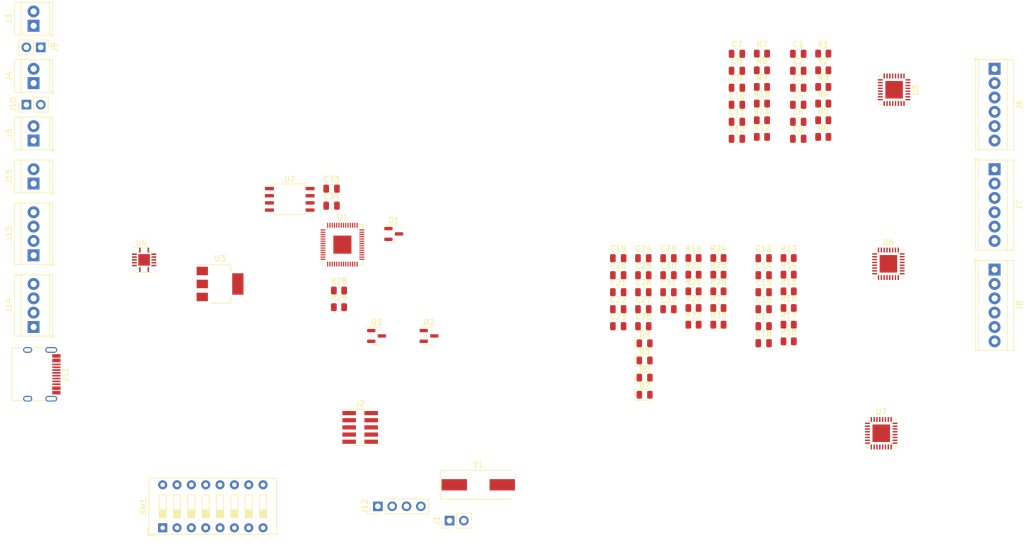
<source format=kicad_pcb>
(kicad_pcb (version 20221018) (generator pcbnew)
  (layers (0 "F.Cu" signal) (31 "B.Cu" signal) (34 "B.Paste" user) (35 "F.Paste" user) (36 "B.SilkS" user "B.Silkscreen") (37 "F.SilkS" user "F.Silkscreen") (38 "B.Mask" user) (39 "F.Mask" user) (44 "Edge.Cuts" user))
  (net 0 "")
  (net 1 "VBUS")
  (net 2 "GND")
  (net 3 "+3V3")
  (net 4 "Net-(U5-VBOOT)")
  (net 5 "Net-(C3-Pad1)")
  (net 6 "Net-(U6-VBOOT)")
  (net 7 "Net-(C12-Pad1)")
  (net 8 "Net-(U7-VBOOT)")
  (net 9 "Net-(C18-Pad1)")
  (net 10 "Net-(J11-CC1)")
  (net 11 "/D+")
  (net 12 "/D-")
  (net 14 "Net-(J11-CC2)")
  (net 16 "/Controller/TX")
  (net 17 "/Controller/RX")
  (net 18 "/Controller/CH2")
  (net 19 "/Controller/CH3")
  (net 20 "/Controller/CH4")
  (net 21 "/Controller/CH5")
  (net 22 "/Controller/CH6")
  (net 23 "/Controller/CH7")
  (net 24 "/Controller/CH8")
  (net 25 "/Controller/CH9")
  (net 26 "/Controller/CH10")
  (net 27 "/Controller/CH11")
  (net 28 "/Controller/CFG0")
  (net 29 "/Controller/CFG1")
  (net 30 "/Controller/CFG2")
  (net 31 "/Controller/CFG3")
  (net 32 "Net-(U1-XIN)")
  (net 33 "Net-(U1-XOUT)")
  (net 34 "+1V1")
  (net 35 "/Controller/SWDCLK")
  (net 36 "/Controller/SWD")
  (net 37 "/Controller/~{RESET}")
  (net 38 "/DIN")
  (net 39 "Net-(U1-GPIO17)")
  (net 40 "/CLK")
  (net 41 "/DOUT")
  (net 42 "/Controller/CFG4")
  (net 43 "/Controller/CFG5")
  (net 44 "/Controller/CFG6")
  (net 45 "/Controller/CFG7")
  (net 46 "/Controller/CH0")
  (net 47 "/Controller/CH1")
  (net 48 "/Controller/STATUS0")
  (net 49 "/Controller/STATUS1")
  (net 50 "/Controller/STATUS2")
  (net 51 "/Controller/STATUS3")
  (net 52 "Net-(U1-USB_DM)")
  (net 53 "Net-(U1-USB_DP)")
  (net 54 "/Controller/QSDI_SD3")
  (net 55 "/Controller/QSDI_SCLK")
  (net 56 "/Controller/QSPI_SD0")
  (net 57 "/Controller/QSDI_SD2")
  (net 58 "/Controller/QSDI_SD1")
  (net 59 "/Controller/QSPI_SS")
  (net 64 "/CLK_5V")
  (net 65 "/DOUT_5V")
  (net 66 "/DIN_5V")
  (net 67 "/Driver1/OUT1B")
  (net 69 "/Driver1/DIAGB")
  (net 70 "Net-(U5-PROGCLB)")
  (net 72 "/Driver1/OUT2B")
  (net 73 "/Driver1/OUT2A")
  (net 74 "Net-(U5-VCP)")
  (net 75 "/Driver1/DIAGA")
  (net 76 "Net-(U5-PROGCLA)")
  (net 77 "/Driver1/OUT1A")
  (net 79 "/Driver2/OUT1B")
  (net 81 "/Driver2/DIAGB")
  (net 82 "Net-(U6-PROGCLB)")
  (net 84 "/Driver2/OUT2B")
  (net 85 "/Driver2/OUT2A")
  (net 86 "Net-(U6-VCP)")
  (net 87 "/Driver2/DIAGA")
  (net 88 "Net-(U6-PROGCLA)")
  (net 89 "/Driver2/OUT1A")
  (net 91 "/Driver3/OUT1B")
  (net 93 "/Driver3/DIAGB")
  (net 94 "Net-(U7-PROGCLB)")
  (net 96 "/Driver3/OUT2B")
  (net 97 "/Driver3/OUT2A")
  (net 98 "Net-(U7-VCP)")
  (net 99 "/Driver3/DIAGA")
  (net 100 "Net-(U7-PROGCLA)")
  (net 101 "/Driver3/OUT1A")
  (net 103 "Net-(C31-Pad1)")
  (net 104 "Net-(D4-K)")
  (net 105 "Net-(D5-K)")
  (net 106 "Net-(D6-K)")
  (net 107 "Net-(D7-K)")
  (net 108 "/Controller/~{USB_BOOT}")
  (net 112 "/Driver1/ENA")
  (net 113 "/Driver1/ENB")
  (net 114 "/Driver2/ENB")
  (net 115 "/Driver2/ENA")
  (net 116 "/Driver3/ENB")
  (net 117 "/Driver3/ENA")
  (net 118 "/VS1")
  (net 119 "/VS2")
  (net 120 "/VS3")
  (footprint "Resistor_SMD:R_0805_2012Metric" (layer "F.Cu") (at 241.4375 56.55)
    (fp_text reference "R3" (at 0 -1.65) (layer "F.SilkS"))
    (fp_text value "10K")
    (pad "1" smd roundrect (at -0.9125 0) (size 1.025 1.4) (layers "F.Cu" "F.Paste" "F.Mask") (roundrect_rratio 0.243902) (net 2 "GND"))
    (pad "2" smd roundrect (at 0.9125 0) (size 1.025 1.4) (layers "F.Cu" "F.Paste" "F.Mask") (roundrect_rratio 0.243902) (net 76 "Net-(U5-PROGCLA)"))
  )
  (footprint "Capacitor_SMD:C_0805_2012Metric" (layer "F.Cu") (at 209.5775 86.88)
    (fp_text reference "C24" (at 0 -1.68) (layer "F.SilkS"))
    (fp_text value "100nF")
    (pad "1" smd roundrect (at -0.95 0) (size 1 1.45) (layers "F.Cu" "F.Paste" "F.Mask") (net 3 "+3V3"))
    (pad "2" smd roundrect (at 0.95 0) (size 1 1.45) (layers "F.Cu" "F.Paste" "F.Mask") (net 2 "GND"))
  )
  (footprint "Capacitor_SMD:C_0805_2012Metric" (layer "F.Cu") (at 205.1275 89.89)
    (fp_text reference "C20" (at 0 -1.68) (layer "F.SilkS"))
    (fp_text value "100nF")
    (pad "1" smd roundrect (at -0.95 0) (size 1 1.45) (layers "F.Cu" "F.Paste" "F.Mask") (net 34 "+1V1"))
    (pad "2" smd roundrect (at 0.95 0) (size 1 1.45) (layers "F.Cu" "F.Paste" "F.Mask") (net 2 "GND"))
  )
  (footprint "Resistor_SMD:R_0805_2012Metric" (layer "F.Cu") (at 241.4375 65.4)
    (fp_text reference "R6" (at 0 -1.65) (layer "F.SilkS"))
    (fp_text value "100K")
    (pad "1" smd roundrect (at -0.9125 0) (size 1.025 1.4) (layers "F.Cu" "F.Paste" "F.Mask") (roundrect_rratio 0.243902) (net 69 "/Driver1/DIAGB"))
    (pad "2" smd roundrect (at 0.9125 0) (size 1.025 1.4) (layers "F.Cu" "F.Paste" "F.Mask") (roundrect_rratio 0.243902) (net 113 "/Driver1/ENB"))
  )
  (footprint "Resistor_SMD:R_0805_2012Metric" (layer "F.Cu") (at 241.4375 59.5)
    (fp_text reference "R4" (at 0 -1.65) (layer "F.SilkS"))
    (fp_text value "100K")
    (pad "1" smd roundrect (at -0.9125 0) (size 1.025 1.4) (layers "F.Cu" "F.Paste" "F.Mask") (roundrect_rratio 0.243902) (net 112 "/Driver1/ENA"))
    (pad "2" smd roundrect (at 0.9125 0) (size 1.025 1.4) (layers "F.Cu" "F.Paste" "F.Mask") (roundrect_rratio 0.243902) (net 2 "GND"))
  )
  (footprint "Capacitor_SMD:C_0805_2012Metric" (layer "F.Cu") (at 214.0275 95.91)
    (fp_text reference "C32" (at 0 -1.68) (layer "F.SilkS"))
    (fp_text value "100nF")
    (pad "1" smd roundrect (at -0.95 0) (size 1 1.45) (layers "F.Cu" "F.Paste" "F.Mask") (net 3 "+3V3"))
    (pad "2" smd roundrect (at 0.95 0) (size 1 1.45) (layers "F.Cu" "F.Paste" "F.Mask") (net 2 "GND"))
  )
  (footprint "Resistor_SMD:R_0805_2012Metric" (layer "F.Cu") (at 218.4575 98.65)
    (fp_text reference "R23" (at 0 -1.65) (layer "F.SilkS"))
    (fp_text value "10K")
    (pad "1" smd roundrect (at -0.9125 0) (size 1.025 1.4) (layers "F.Cu" "F.Paste" "F.Mask") (roundrect_rratio 0.243902) (net 3 "+3V3"))
    (pad "2" smd roundrect (at 0.9125 0) (size 1.025 1.4) (layers "F.Cu" "F.Paste" "F.Mask") (roundrect_rratio 0.243902) (net 37 "/Controller/~{RESET}"))
  )
  (footprint "TerminalBlock_TE-Connectivity:TerminalBlock_TE_282834-2_1x02_P2.54mm_Horizontal" (layer "F.Cu") (at 101.6 66.04 90)
    (fp_text reference "J5" (at 1.27 -4.37 90) (layer "F.SilkS"))
    (fp_text value "IN3")
    (pad "1" thru_hole rect (at 0 0 90) (size 2.1 2.1) (drill 1.1) (layers "*.Cu" "*.Mask") (net 120 "/VS3"))
    (pad "2" thru_hole circle (at 2.54 0 90) (size 2.1 2.1) (drill 1.1) (layers "*.Cu" "*.Mask") (net 2 "GND"))
  )
  (footprint "Crystal:Crystal_SMD_HC49-SD" (layer "F.Cu") (at 180.34 127)
    (fp_text reference "Y1" (at 0 -3.55) (layer "F.SilkS"))
    (fp_text value "Crystal")
    (pad "1" smd rect (at -4.25 0) (size 4.5 2) (layers "F.Cu" "F.Paste" "F.Mask") (net 103 "Net-(C31-Pad1)"))
    (pad "2" smd rect (at 4.25 0) (size 4.5 2) (layers "F.Cu" "F.Paste" "F.Mask") (net 32 "Net-(U1-XIN)"))
  )
  (footprint "Resistor_SMD:R_0805_2012Metric" (layer "F.Cu") (at 230.5775 50.65)
    (fp_text reference "R7" (at 0 -1.65) (layer "F.SilkS"))
    (fp_text value "100K")
    (pad "1" smd roundrect (at -0.9125 0) (size 1.025 1.4) (layers "F.Cu" "F.Paste" "F.Mask") (roundrect_rratio 0.243902) (net 114 "/Driver2/ENB"))
    (pad "2" smd roundrect (at 0.9125 0) (size 1.025 1.4) (layers "F.Cu" "F.Paste" "F.Mask") (roundrect_rratio 0.243902) (net 2 "GND"))
  )
  (footprint "Resistor_SMD:R_0805_2012Metric" (layer "F.Cu") (at 218.4575 86.85)
    (fp_text reference "R19" (at 0 -1.65) (layer "F.SilkS"))
    (fp_text value "27R4")
    (pad "1" smd roundrect (at -0.9125 0) (size 1.025 1.4) (layers "F.Cu" "F.Paste" "F.Mask") (roundrect_rratio 0.243902) (net 11 "/D+"))
    (pad "2" smd roundrect (at 0.9125 0) (size 1.025 1.4) (layers "F.Cu" "F.Paste" "F.Mask") (roundrect_rratio 0.243902) (net 53 "Net-(U1-USB_DP)"))
  )
  (footprint "Capacitor_SMD:C_0805_2012Metric" (layer "F.Cu") (at 209.5775 89.89)
    (fp_text reference "C25" (at 0 -1.68) (layer "F.SilkS"))
    (fp_text value "100nF")
    (pad "1" smd roundrect (at -0.95 0) (size 1 1.45) (layers "F.Cu" "F.Paste" "F.Mask") (net 3 "+3V3"))
    (pad "2" smd roundrect (at 0.95 0) (size 1 1.45) (layers "F.Cu" "F.Paste" "F.Mask") (net 2 "GND"))
  )
  (footprint "Resistor_SMD:R_0805_2012Metric" (layer "F.Cu") (at 235.3075 92.75)
    (fp_text reference "R15" (at 0 -1.65) (layer "F.SilkS"))
    (fp_text value "100K")
    (pad "1" smd roundrect (at -0.9125 0) (size 1.025 1.4) (layers "F.Cu" "F.Paste" "F.Mask") (roundrect_rratio 0.243902) (net 99 "/Driver3/DIAGA"))
    (pad "2" smd roundrect (at 0.9125 0) (size 1.025 1.4) (layers "F.Cu" "F.Paste" "F.Mask") (roundrect_rratio 0.243902) (net 117 "/Driver3/ENA"))
  )
  (footprint "Capacitor_SMD:C_0805_2012Metric" (layer "F.Cu") (at 226.1475 56.7)
    (fp_text reference "C9" (at 0 -1.68) (layer "F.SilkS"))
    (fp_text value "5.6nF")
    (pad "1" smd roundrect (at -0.95 0) (size 1 1.45) (layers "F.Cu" "F.Paste" "F.Mask") (net 87 "/Driver2/DIAGA"))
    (pad "2" smd roundrect (at 0.95 0) (size 1 1.45) (layers "F.Cu" "F.Paste" "F.Mask") (net 2 "GND"))
  )
  (footprint "LED_SMD:LED_0805_2012Metric" (layer "F.Cu") (at 209.7975 104.985)
    (fp_text reference "D5" (at 0 -1.65) (layer "F.SilkS"))
    (fp_text value "LED")
    (pad "1" smd roundrect (at -0.9375 0) (size 0.975 1.4) (layers "F.Cu" "F.Paste" "F.Mask") (net 105 "Net-(D5-K)"))
    (pad "2" smd roundrect (at 0.9375 0) (size 0.975 1.4) (layers "F.Cu" "F.Paste" "F.Mask") (net 2 "GND"))
  )
  (footprint "Connector_PinHeader_2.54mm:PinHeader_1x04_P2.54mm_Vertical" (layer "F.Cu") (at 162.56 130.81 90)
    (fp_text reference "J12" (at 0 -2.33 90) (layer "F.SilkS"))
    (fp_text value "Conn_01x04_Pin")
    (pad "1" thru_hole rect (at 0 0 90) (size 1.7 1.7) (drill 1) (layers "*.Cu" "*.Mask") (net 3 "+3V3"))
    (pad "2" thru_hole oval (at 0 2.54 90) (size 1.7 1.7) (drill 1) (layers "*.Cu" "*.Mask") (net 16 "/Controller/TX"))
    (pad "3" thru_hole oval (at 0 5.08 90) (size 1.7 1.7) (drill 1) (layers "*.Cu" "*.Mask") (net 17 "/Controller/RX"))
    (pad "4" thru_hole oval (at 0 7.62 90) (size 1.7 1.7) (drill 1) (layers "*.Cu" "*.Mask") (net 2 "GND"))
  )
  (footprint "Capacitor_SMD:C_0805_2012Metric" (layer "F.Cu") (at 237.0075 59.71)
    (fp_text reference "C4" (at 0 -1.68) (layer "F.SilkS"))
    (fp_text value "100uF/63V")
    (pad "1" smd roundrect (at -0.95 0) (size 1 1.45) (layers "F.Cu" "F.Paste" "F.Mask") (net 118 "/VS1"))
    (pad "2" smd roundrect (at 0.95 0) (size 1 1.45) (layers "F.Cu" "F.Paste" "F.Mask") (net 2 "GND"))
  )
  (footprint "Button_Switch_THT:SW_DIP_SPSTx08_Slide_9.78x22.5mm_W7.62mm_P2.54mm" (layer "F.Cu") (at 124.46 134.62 90)
    (fp_text reference "SW1" (at 3.81 -3.42 90) (layer "F.SilkS"))
    (fp_text value "SW_DIP_x08")
    (pad "1" thru_hole rect (at 0 0 90) (size 1.6 1.6) (drill 0.8) (layers "*.Cu" "*.Mask") (net 2 "GND"))
    (pad "2" thru_hole oval (at 0 2.54 90) (size 1.6 1.6) (drill 0.8) (layers "*.Cu" "*.Mask") (net 2 "GND"))
    (pad "3" thru_hole oval (at 0 5.08 90) (size 1.6 1.6) (drill 0.8) (layers "*.Cu" "*.Mask") (net 2 "GND"))
    (pad "4" thru_hole oval (at 0 7.62 90) (size 1.6 1.6) (drill 0.8) (layers "*.Cu" "*.Mask") (net 2 "GND"))
    (pad "5" thru_hole oval (at 0 10.16 90) (size 1.6 1.6) (drill 0.8) (layers "*.Cu" "*.Mask") (net 2 "GND"))
    (pad "6" thru_hole oval (at 0 12.7 90) (size 1.6 1.6) (drill 0.8) (layers "*.Cu" "*.Mask") (net 2 "GND"))
    (pad "7" thru_hole oval (at 0 15.24 90) (size 1.6 1.6) (drill 0.8) (layers "*.Cu" "*.Mask") (net 2 "GND"))
    (pad "8" thru_hole oval (at 0 17.78 90) (size 1.6 1.6) (drill 0.8) (layers "*.Cu" "*.Mask") (net 2 "GND"))
    (pad "9" thru_hole oval (at 7.62 17.78 90) (size 1.6 1.6) (drill 0.8) (layers "*.Cu" "*.Mask") (net 45 "/Controller/CFG7"))
    (pad "10" thru_hole oval (at 7.62 15.24 90) (size 1.6 1.6) (drill 0.8) (layers "*.Cu" "*.Mask") (net 44 "/Controller/CFG6"))
    (pad "11" thru_hole oval (at 7.62 12.7 90) (size 1.6 1.6) (drill 0.8) (layers "*.Cu" "*.Mask") (net 43 "/Controller/CFG5"))
    (pad "12" thru_hole oval (at 7.62 10.16 90) (size 1.6 1.6) (drill 0.8) (layers "*.Cu" "*.Mask") (net 42 "/Controller/CFG4"))
    (pad "13" thru_hole oval (at 7.62 7.62 90) (size 1.6 1.6) (drill 0.8) (layers "*.Cu" "*.Mask") (net 31 "/Controller/CFG3"))
    (pad "14" thru_hole oval (at 7.62 5.08 90) (size 1.6 1.6) (drill 0.8) (layers "*.Cu" "*.Mask") (net 30 "/Controller/CFG2"))
    (pad "15" thru_hole oval (at 7.62 2.54 90) (size 1.6 1.6) (drill 0.8) (layers "*.Cu" "*.Mask") (net 29 "/Controller/CFG1"))
    (pad "16" thru_hole oval (at 7.62 0 90) (size 1.6 1.6) (drill 0.8) (layers "*.Cu" "*.Mask") (net 28 "/Controller/CFG0"))
  )
  (footprint "Capacitor_SMD:C_0805_2012Metric" (layer "F.Cu") (at 214.0275 86.88)
    (fp_text reference "C29" (at 0 -1.68) (layer "F.SilkS"))
    (fp_text value "100nF")
    (pad "1" smd roundrect (at -0.95 0) (size 1 1.45) (layers "F.Cu" "F.Paste" "F.Mask") (net 3 "+3V3"))
    (pad "2" smd roundrect (at 0.95 0) (size 1 1.45) (layers "F.Cu" "F.Paste" "F.Mask") (net 2 "GND"))
  )
  (footprint "LED_SMD:LED_0805_2012Metric" (layer "F.Cu") (at 209.7975 111.065)
    (fp_text reference "D7" (at 0 -1.65) (layer "F.SilkS"))
    (fp_text value "LED")
    (pad "1" smd roundrect (at -0.9375 0) (size 0.975 1.4) (layers "F.Cu" "F.Paste" "F.Mask") (net 107 "Net-(D7-K)"))
    (pad "2" smd roundrect (at 0.9375 0) (size 0.975 1.4) (layers "F.Cu" "F.Paste" "F.Mask") (net 2 "GND"))
  )
  (footprint "Resistor_SMD:R_0805_2012Metric" (layer "F.Cu") (at 222.8675 92.75)
    (fp_text reference "R26" (at 0 -1.65) (layer "F.SilkS"))
    (fp_text value "1K")
    (pad "1" smd roundrect (at -0.9125 0) (size 1.025 1.4) (layers "F.Cu" "F.Paste" "F.Mask") (roundrect_rratio 0.243902) (net 50 "/Controller/STATUS2"))
    (pad "2" smd roundrect (at 0.9125 0) (size 1.025 1.4) (layers "F.Cu" "F.Paste" "F.Mask") (roundrect_rratio 0.243902) (net 106 "Net-(D6-K)"))
  )
  (footprint "Resistor_SMD:R_0805_2012Metric" (layer "F.Cu") (at 230.5775 53.6)
    (fp_text reference "R8" (at 0 -1.65) (layer "F.SilkS"))
    (fp_text value "100K")
    (pad "1" smd roundrect (at -0.9125 0) (size 1.025 1.4) (layers "F.Cu" "F.Paste" "F.Mask") (roundrect_rratio 0.243902) (net 115 "/Driver2/ENA"))
    (pad "2" smd roundrect (at 0.9125 0) (size 1.025 1.4) (layers "F.Cu" "F.Paste" "F.Mask") (roundrect_rratio 0.243902) (net 2 "GND"))
  )
  (footprint "Capacitor_SMD:C_0805_2012Metric" (layer "F.Cu") (at 214.0275 92.9)
    (fp_text reference "C31" (at 0 -1.68) (layer "F.SilkS"))
    (fp_text value "27pF")
    (pad "1" smd roundrect (at -0.95 0) (size 1 1.45) (layers "F.Cu" "F.Paste" "F.Mask") (net 103 "Net-(C31-Pad1)"))
    (pad "2" smd roundrect (at 0.95 0) (size 1 1.45) (layers "F.Cu" "F.Paste" "F.Mask") (net 2 "GND"))
  )
  (footprint "Package_DFN_QFN:QFN-32-1EP_5x5mm_P0.5mm_EP3.1x3.1mm" (layer "F.Cu") (at 252.97 87.87)
    (fp_text reference "U6" (at 0 -3.82) (layer "F.SilkS"))
    (fp_text value "L6226Q")
    (pad "1" smd roundrect (at -2.4375 -1.75) (size 0.875 0.25) (layers "F.Cu" "F.Paste" "F.Mask") (net 2 "GND"))
    (pad "2" smd roundrect (at -2.4375 -1.25) (size 0.875 0.25) (layers "F.Cu" "F.Paste" "F.Mask") (net 2 "GND"))
    (pad "3" smd roundrect (at -2.4375 -0.75) (size 0.875 0.25) (layers "F.Cu" "F.Paste" "F.Mask") (net 2 "GND"))
    (pad "4" smd roundrect (at -2.4375 -0.25) (size 0.875 0.25) (layers "F.Cu" "F.Paste" "F.Mask") (net 2 "GND"))
    (pad "5" smd roundrect (at -2.4375 0.25) (size 0.875 0.25) (layers "F.Cu" "F.Paste" "F.Mask") (net 2 "GND"))
    (pad "6" smd roundrect (at -2.4375 0.75) (size 0.875 0.25) (layers "F.Cu" "F.Paste" "F.Mask") (net 2 "GND"))
    (pad "7" smd roundrect (at -2.4375 1.25) (size 0.875 0.25) (layers "F.Cu" "F.Paste" "F.Mask") (net 2 "GND"))
    (pad "8" smd roundrect (at -2.4375 1.75) (size 0.875 0.25) (layers "F.Cu" "F.Paste" "F.Mask") (net 2 "GND"))
    (pad "9" smd roundrect (at -1.75 2.4375) (size 0.25 0.875) (layers "F.Cu" "F.Paste" "F.Mask") (net 79 "/Driver2/OUT1B"))
    (pad "10" smd roundrect (at -1.25 2.4375) (size 0.25 0.875) (layers "F.Cu" "F.Paste" "F.Mask"))
    (pad "11" smd roundrect (at -0.75 2.4375) (size 0.25 0.875) (layers "F.Cu" "F.Paste" "F.Mask") (net 81 "/Driver2/DIAGB"))
    (pad "12" smd roundrect (at -0.25 2.4375) (size 0.25 0.875) (layers "F.Cu" "F.Paste" "F.Mask") (net 2 "GND"))
    (pad "13" smd roundrect (at 0.25 2.4375) (size 0.25 0.875) (layers "F.Cu" "F.Paste" "F.Mask") (net 22 "/Controller/CH6"))
    (pad "14" smd roundrect (at 0.75 2.4375) (size 0.25 0.875) (layers "F.Cu" "F.Paste" "F.Mask") (net 23 "/Controller/CH7"))
    (pad "15" smd roundrect (at 1.25 2.4375) (size 0.25 0.875) (layers "F.Cu" "F.Paste" "F.Mask") (net 82 "Net-(U6-PROGCLB)"))
    (pad "16" smd roundrect (at 1.75 2.4375) (size 0.25 0.875) (layers "F.Cu" "F.Paste" "F.Mask") (net 81 "/Driver2/DIAGB"))
    (pad "17" smd roundrect (at 2.4375 1.75) (size 0.875 0.25) (layers "F.Cu" "F.Paste" "F.Mask") (net 6 "Net-(U6-VBOOT)"))
    (pad "18" smd roundrect (at 2.4375 1.25) (size 0.875 0.25) (layers "F.Cu" "F.Paste" "F.Mask"))
    (pad "19" smd roundrect (at 2.4375 0.75) (size 0.875 0.25) (layers "F.Cu" "F.Paste" "F.Mask") (net 84 "/Driver2/OUT2B"))
    (pad "20" smd roundrect (at 2.4375 0.25) (size 0.875 0.25) (layers "F.Cu" "F.Paste" "F.Mask") (net 119 "/VS2"))
    (pad "21" smd roundrect (at 2.4375 -0.25) (size 0.875 0.25) (layers "F.Cu" "F.Paste" "F.Mask") (net 2 "GND"))
    (pad "22" smd roundrect (at 2.4375 -0.75) (size 0.875 0.25) (layers "F.Cu" "F.Paste" "F.Mask") (net 119 "/VS2"))
    (pad "23" smd roundrect (at 2.4375 -1.25) (size 0.875 0.25) (layers "F.Cu" "F.Paste" "F.Mask") (net 85 "/Driver2/OUT2A"))
    (pad "24" smd roundrect (at 2.4375 -1.75) (size 0.875 0.25) (layers "F.Cu" "F.Paste" "F.Mask") (net 86 "Net-(U6-VCP)"))
    (pad "25" smd roundrect (at 1.75 -2.4375) (size 0.25 0.875) (layers "F.Cu" "F.Paste" "F.Mask") (net 87 "/Driver2/DIAGA"))
    (pad "26" smd roundrect (at 1.25 -2.4375) (size 0.25 0.875) (layers "F.Cu" "F.Paste" "F.Mask") (net 88 "Net-(U6-PROGCLA)"))
    (pad "27" smd roundrect (at 0.75 -2.4375) (size 0.25 0.875) (layers "F.Cu" "F.Paste" "F.Mask") (net 20 "/Controller/CH4"))
    (pad "28" smd roundrect (at 0.25 -2.4375) (size 0.25 0.875) (layers "F.Cu" "F.Paste" "F.Mask") (net 21 "/Controller/CH5"))
    (pad "29" smd roundrect (at -0.25 -2.4375) (size 0.25 0.875) (layers "F.Cu" "F.Paste" "F.Mask") (net 2 "GND"))
    (pad "30" smd roundrect (at -0.75 -2.4375) (size 0.25 0.875) (layers "F.Cu" "F.Paste" "F.Mask") (net 87 "/Driver2/DIAGA"))
    (pad "31" smd roundrect (at -1.25 -2.4375) (size 0.25 0.875) (layers "F.Cu" "F.Paste" "F.Mask") (net 89 "/Driver2/OUT1A"))
    (pad "32" smd roundrect (at -1.75 -2.4375) (size 0.25 0.875) (layers "F.Cu" "F.Paste" "F.Mask"))
    (pad "33" smd rect (at 0 0) (size 3.1 3.1) (layers "F.Cu" "F.Mask") (net 2 "GND"))
  )
  (footprint "Capacitor_SMD:C_0805_2012Metric" (layer "F.Cu") (at 209.5775 95.91)
    (fp_text reference "C27" (at 0 -1.68) (layer "F.SilkS"))
    (fp_text value "100nF")
    (pad "1" smd roundrect (at -0.95 0) (size 1 1.45) (layers "F.Cu" "F.Paste" "F.Mask") (net 3 "+3V3"))
    (pad "2" smd roundrect (at 0.95 0) (size 1 1.45) (layers "F.Cu" "F.Paste" "F.Mask") (net 2 "GND"))
  )
  (footprint "Package_TO_SOT_SMD:SOT-23" (layer "F.Cu") (at 165.3725 82.58)
    (fp_text reference "D1" (at 0 -2.4) (layer "F.SilkS"))
    (fp_text value "BAT46SW")
    (pad "1" smd roundrect (at -0.9375 -0.95) (size 1.475 0.6) (layers "F.Cu" "F.Paste" "F.Mask") (net 118 "/VS1"))
    (pad "2" smd roundrect (at -0.9375 0.95) (size 1.475 0.6) (layers "F.Cu" "F.Paste" "F.Mask") (net 4 "Net-(U5-VBOOT)"))
    (pad "3" smd roundrect (at 0.9375 0) (size 1.475 0.6) (layers "F.Cu" "F.Paste" "F.Mask") (net 5 "Net-(C3-Pad1)"))
  )
  (footprint "Package_DFN_QFN:QFN-56-1EP_7x7mm_P0.4mm_EP3.2x3.2mm" (layer "F.Cu") (at 156.2825 84.48)
    (fp_text reference "U1" (at 0 -4.82) (layer "F.SilkS"))
    (fp_text value "RP2040")
    (pad "1" smd roundrect (at -3.4375 -2.6) (size 0.875 0.2) (layers "F.Cu" "F.Paste" "F.Mask") (net 3 "+3V3"))
    (pad "2" smd roundrect (at -3.4375 -2.2) (size 0.875 0.2) (layers "F.Cu" "F.Paste" "F.Mask") (net 16 "/Controller/TX"))
    (pad "3" smd roundrect (at -3.4375 -1.8) (size 0.875 0.2) (layers "F.Cu" "F.Paste" "F.Mask") (net 17 "/Controller/RX"))
    (pad "4" smd roundrect (at -3.4375 -1.4) (size 0.875 0.2) (layers "F.Cu" "F.Paste" "F.Mask") (net 18 "/Controller/CH2"))
    (pad "5" smd roundrect (at -3.4375 -1) (size 0.875 0.2) (layers "F.Cu" "F.Paste" "F.Mask") (net 19 "/Controller/CH3"))
    (pad "6" smd roundrect (at -3.4375 -0.6) (size 0.875 0.2) (layers "F.Cu" "F.Paste" "F.Mask") (net 20 "/Controller/CH4"))
    (pad "7" smd roundrect (at -3.4375 -0.2) (size 0.875 0.2) (layers "F.Cu" "F.Paste" "F.Mask") (net 21 "/Controller/CH5"))
    (pad "8" smd roundrect (at -3.4375 0.2) (size 0.875 0.2) (layers "F.Cu" "F.Paste" "F.Mask") (net 22 "/Controller/CH6"))
    (pad "9" smd roundrect (at -3.4375 0.6) (size 0.875 0.2) (layers "F.Cu" "F.Paste" "F.Mask") (net 23 "/Controller/CH7"))
    (pad "10" smd roundrect (at -3.4375 1) (size 0.875 0.2) (layers "F.Cu" "F.Paste" "F.Mask") (net 3 "+3V3"))
    (pad "11" smd roundrect (at -3.4375 1.4) (size 0.875 0.2) (layers "F.Cu" "F.Paste" "F.Mask") (net 24 "/Controller/CH8"))
    (pad "12" smd roundrect (at -3.4375 1.8) (size 0.875 0.2) (layers "F.Cu" "F.Paste" "F.Mask") (net 25 "/Controller/CH9"))
    (pad "13" smd roundrect (at -3.4375 2.2) (size 0.875 0.2) (layers "F.Cu" "F.Paste" "F.Mask") (net 26 "/Controller/CH10"))
    (pad "14" smd roundrect (at -3.4375 2.6) (size 0.875 0.2) (layers "F.Cu" "F.Paste" "F.Mask") (net 27 "/Controller/CH11"))
    (pad "15" smd roundrect (at -2.6 3.4375) (size 0.2 0.875) (layers "F.Cu" "F.Paste" "F.Mask") (net 28 "/Controller/CFG0"))
    (pad "16" smd roundrect (at -2.2 3.4375) (size 0.2 0.875) (layers "F.Cu" "F.Paste" "F.Mask") (net 29 "/Controller/CFG1"))
    (pad "17" smd roundrect (at -1.8 3.4375) (size 0.2 0.875) (layers "F.Cu" "F.Paste" "F.Mask") (net 30 "/Controller/CFG2"))
    (pad "18" smd roundrect (at -1.4 3.4375) (size 0.2 0.875) (layers "F.Cu" "F.Paste" "F.Mask") (net 31 "/Controller/CFG3"))
    (pad "19" smd roundrect (at -1 3.4375) (size 0.2 0.875) (layers "F.Cu" "F.Paste" "F.Mask") (net 2 "GND"))
    (pad "20" smd roundrect (at -0.6 3.4375) (size 0.2 0.875) (layers "F.Cu" "F.Paste" "F.Mask") (net 32 "Net-(U1-XIN)"))
    (pad "21" smd roundrect (at -0.2 3.4375) (size 0.2 0.875) (layers "F.Cu" "F.Paste" "F.Mask") (net 33 "Net-(U1-XOUT)"))
    (pad "22" smd roundrect (at 0.2 3.4375) (size 0.2 0.875) (layers "F.Cu" "F.Paste" "F.Mask") (net 3 "+3V3"))
    (pad "23" smd roundrect (at 0.6 3.4375) (size 0.2 0.875) (layers "F.Cu" "F.Paste" "F.Mask") (net 34 "+1V1"))
    (pad "24" smd roundrect (at 1 3.4375) (size 0.2 0.875) (layers "F.Cu" "F.Paste" "F.Mask") (net 35 "/Controller/SWDCLK"))
    (pad "25" smd roundrect (at 1.4 3.4375) (size 0.2 0.875) (layers "F.Cu" "F.Paste" "F.Mask") (net 36 "/Controller/SWD"))
    (pad "26" smd roundrect (at 1.8 3.4375) (size 0.2 0.875) (layers "F.Cu" "F.Paste" "F.Mask") (net 37 "/Controller/~{RESET}"))
    (pad "27" smd roundrect (at 2.2 3.4375) (size 0.2 0.875) (layers "F.Cu" "F.Paste" "F.Mask") (net 38 "/DIN"))
    (pad "28" smd roundrect (at 2.6 3.4375) (size 0.2 0.875) (layers "F.Cu" "F.Paste" "F.Mask") (net 39 "Net-(U1-GPIO17)"))
    (pad "29" smd roundrect (at 3.4375 2.6) (size 0.875 0.2) (layers "F.Cu" "F.Paste" "F.Mask") (net 40 "/CLK"))
    (pad "30" smd roundrect (at 3.4375 2.2) (size 0.875 0.2) (layers "F.Cu" "F.Paste" "F.Mask") (net 41 "/DOUT"))
    (pad "31" smd roundrect (at 3.4375 1.8) (size 0.875 0.2) (layers "F.Cu" "F.Paste" "F.Mask") (net 42 "/Controller/CFG4"))
    (pad "32" smd roundrect (at 3.4375 1.4) (size 0.875 0.2) (layers "F.Cu" "F.Paste" "F.Mask") (net 43 "/Controller/CFG5"))
    (pad "33" smd roundrect (at 3.4375 1) (size 0.875 0.2) (layers "F.Cu" "F.Paste" "F.Mask") (net 3 "+3V3"))
    (pad "34" smd roundrect (at 3.4375 0.6) (size 0.875 0.2) (layers "F.Cu" "F.Paste" "F.Mask") (net 44 "/Controller/CFG6"))
    (pad "35" smd roundrect (at 3.4375 0.2) (size 0.875 0.2) (layers "F.Cu" "F.Paste" "F.Mask") (net 45 "/Controller/CFG7"))
    (pad "36" smd roundrect (at 3.4375 -0.2) (size 0.875 0.2) (layers "F.Cu" "F.Paste" "F.Mask") (net 46 "/Controller/CH0"))
    (pad "37" smd roundrect (at 3.4375 -0.6) (size 0.875 0.2) (layers "F.Cu" "F.Paste" "F.Mask") (net 47 "/Controller/CH1"))
    (pad "38" smd roundrect (at 3.4375 -1) (size 0.875 0.2) (layers "F.Cu" "F.Paste" "F.Mask") (net 48 "/Controller/STATUS0"))
    (pad "39" smd roundrect (at 3.4375 -1.4) (size 0.875 0.2) (layers "F.Cu" "F.Paste" "F.Mask") (net 49 "/Controller/STATUS1"))
    (pad "40" smd roundrect (at 3.4375 -1.8) (size 0.875 0.2) (layers "F.Cu" "F.Paste" "F.Mask") (net 50 "/Controller/STATUS2"))
    (pad "41" smd roundrect (at 3.4375 -2.2) (size 0.875 0.2) (layers "F.Cu" "F.Paste" "F.Mask") (net 51 "/Controller/STATUS3"))
    (pad "42" smd roundrect (at 3.4375 -2.6) (size 0.875 0.2) (layers "F.Cu" "F.Paste" "F.Mask") (net 3 "+3V3"))
    (pad "43" smd roundrect (at 2.6 -3.4375) (size 0.2 0.875) (layers "F.Cu" "F.Paste" "F.Mask") (net 3 "+3V3"))
    (pad "44" smd roundrect (at 2.2 -3.4375) (size 0.2 0.875) (layers "F.Cu" "F.Paste" "F.Mask") (net 3 "+3V3"))
    (pad "45" smd roundrect (at 1.8 -3.4375) (size 0.2 0.875) (layers "F.Cu" "F.Paste" "F.Mask") (net 34 "+1V1"))
    (pad "46" smd roundrect (at 1.4 -3.4375) (size 0.2 0.875) (layers "F.Cu" "F.Paste" "F.Mask") (net 52 "Net-(U1-USB_DM)"))
    (pad "47" smd roundrect (at 1 -3.4375) (size 0.2 0.875) (layers "F.Cu" "F.Paste" "F.Mask") (net 53 "Net-(U1-USB_DP)"))
    (pad "48" smd roundrect (at 0.6 -3.4375) (size 0.2 0.875) (layers "F.Cu" "F.Paste" "F.Mask") (net 3 "+3V3"))
    (pad "49" smd roundrect (at 0.2 -3.4375) (size 0.2 0.875) (layers "F.Cu" "F.Paste" "F.Mask") (net 3 "+3V3"))
    (pad "50" smd roundrect (at -0.2 -3.4375) (size 0.2 0.875) (layers "F.Cu" "F.Paste" "F.Mask") (net 34 "+1V1"))
    (pad "51" smd roundrect (at -0.6 -3.4375) (size 0.2 0.875) (layers "F.Cu" "F.Paste" "F.Mask") (net 54 "/Controller/QSDI_SD3"))
    (pad "52" smd roundrect (at -1 -3.4375) (size 0.2 0.875) (layers "F.Cu" "F.Paste" "F.Mask") (net 55 "/Controller/QSDI_SCLK"))
    (pad "53" smd roundrect (at -1.4 -3.4375) (size 0.2 0.875) (layers "F.Cu" "F.Paste" "F.Mask") (net 56 "/Controller/QSPI_SD0"))
    (pad "54" smd roundrect (at -1.8 -3.4375) (size 0.2 0.875) (layers "F.Cu" "F.Paste" "F.Mask") (net 57 "/Controller/QSDI_SD2"))
    (pad "55" smd roundrect (at -2.2 -3.4375) (size 0.2 0.875) (layers "F.Cu" "F.Paste" "F.Mask") (net 58 "/Controller/QSDI_SD1"))
    (pad "56" smd roundrect (at -2.6 -3.4375) (size 0.2 0.875) (layers "F.Cu" "F.Paste" "F.Mask") (net 59 "/Controller/QSPI_SS"))
    (pad "57" smd rect (at 0 0) (size 3.2 3.2) (layers "F.Cu" "F.Mask") (net 2 "GND"))
  )
  (footprint "Connector_USB:USB_C_Receptacle_HRO_TYPE-C-31-M-12" (layer "F.Cu") (at 101.6 107.44 -90)
    (fp_text reference "J11" (at 0 -5.645 90) (layer "F.SilkS"))
    (fp_text value "USB_C_Receptacle_USB2.0")
    (pad "" np_thru_hole circle (at -2.89 -2.6 270) (size 0.65 0.65) (drill 0.65) (layers "*.Cu" "*.Mask"))
    (pad "" np_thru_hole circle (at 2.89 -2.6 270) (size 0.65 0.65) (drill 0.65) (layers "*.Cu" "*.Mask"))
    (pad "A1" smd rect (at -3.25 -4.045 270) (size 0.6 1.45) (layers "F.Cu" "F.Paste" "F.Mask") (net 2 "GND"))
    (pad "A4" smd rect (at -2.45 -4.045 270) (size 0.6 1.45) (layers "F.Cu" "F.Paste" "F.Mask") (net 1 "VBUS"))
    (pad "A5" smd rect (at -1.25 -4.045 270) (size 0.3 1.45) (layers "F.Cu" "F.Paste" "F.Mask") (net 10 "Net-(J11-CC1)"))
    (pad "A6" smd rect (at -0.25 -4.045 270) (size 0.3 1.45) (layers "F.Cu" "F.Paste" "F.Mask") (net 11 "/D+"))
    (pad "A7" smd rect (at 0.25 -4.045 270) (size 0.3 1.45) (layers "F.Cu" "F.Paste" "F.Mask") (net 12 "/D-"))
    (pad "A8" smd rect (at 1.25 -4.045 270) (size 0.3 1.45) (layers "F.Cu" "F.Paste" "F.Mask"))
    (pad "A9" smd rect (at 2.45 -4.045 270) (size 0.6 1.45) (layers "F.Cu" "F.Paste" "F.Mask") (net 1 "VBUS"))
    (pad "A12" smd rect (at 3.25 -4.045 270) (size 0.6 1.45) (layers "F.Cu" "F.Paste" "F.Mask") (net 2 "GND"))
    (pad "B1" smd rect (at 3.25 -4.045 270) (size 0.6 1.45) (layers "F.Cu" "F.Paste" "F.Mask") (net 2 "GND"))
    (pad "B4" smd rect (at 2.45 -4.045 270) (size 0.6 1.45) (layers "F.Cu" "F.Paste" "F.Mask") (net 1 "VBUS"))
    (pad "B5" smd rect (at 1.75 -4.045 270) (size 0.3 1.45) (layers "F.Cu" "F.Paste" "F.Mask") (net 14 "Net-(J11-CC2)"))
    (pad "B6" smd rect (at 0.75 -4.045 270) (size 0.3 1.45) (layers "F.Cu" "F.Paste" "F.Mask") (net 11 "/D+"))
    (pad "B7" smd rect (at -0.75 -4.045 270) (size 0.3 1.45) (layers "F.Cu" "F.Paste" "F.Mask") (net 12 "/D-"))
    (pad "B8" smd rect (at -1.75 -4.045 270) (size 0.3 1.45) (layers "F.Cu" "F.Paste" "F.Mask"))
    (pad "B9" smd rect (at -2.45 -4.045 270) (size 0.6 1.45) (layers "F.Cu" "F.Paste" "F.Mask") (net 1 "VBUS"))
    (pad "B12" smd rect (at -3.25 -4.045 270) (size 0.6 1.45) (layers "F.Cu" "F.Paste" "F.Mask") (net 2 "GND"))
    (pad "S1" thru_hole oval (at -4.32 -3.13 270) (size 1 2.1) (drill oval 0.6 1.7) (layers "*.Cu" "*.Mask") (net 2 "GND"))
    (pad "S1" thru_hole oval (at -4.32 1.05 270) (size 1 1.6) (drill oval 0.6 1.2) (layers "*.Cu" "*.Mask") (net 2 "GND"))
    (pad "S1" thru_hole oval (at 4.32 -3.13 270) (size 1 2.1) (drill oval 0.6 1.7) (layers "*.Cu" "*.Mask") (net 2 "GND"))
    (pad "S1" thru_hole oval (at 4.32 1.05 270) (size 1 1.6) (drill oval 0.6 1.2) (layers "*.Cu" "*.Mask") (net 2 "GND"))
  )
  (footprint "Resistor_SMD:R_0805_2012Metric" (layer "F.Cu") (at 222.8675 89.8)
    (fp_text reference "R25" (at 0 -1.65) (layer "F.SilkS"))
    (fp_text value "1K")
    (pad "1" smd roundrect (at -0.9125 0) (size 1.025 1.4) (layers "F.Cu" "F.Paste" "F.Mask") (roundrect_rratio 0.243902) (net 49 "/Controller/STATUS1"))
    (pad "2" smd roundrect (at 0.9125 0) (size 1.025 1.4) (layers "F.Cu" "F.Paste" "F.Mask") (roundrect_rratio 0.243902) (net 105 "Net-(D5-K)"))
  )
  (footprint "TerminalBlock_TE-Connectivity:TerminalBlock_TE_282834-2_1x02_P2.54mm_Horizontal" (layer "F.Cu") (at 101.6 45.72 90)
    (fp_text reference "J3" (at 1.27 -4.37 90) (layer "F.SilkS"))
    (fp_text value "IN1")
    (pad "1" thru_hole rect (at 0 0 90) (size 2.1 2.1) (drill 1.1) (layers "*.Cu" "*.Mask") (net 118 "/VS1"))
    (pad "2" thru_hole circle (at 2.54 0 90) (size 2.1 2.1) (drill 1.1) (layers "*.Cu" "*.Mask") (net 2 "GND"))
  )
  (footprint "Capacitor_SMD:C_0805_2012Metric" (layer "F.Cu") (at 230.8775 98.92)
    (fp_text reference "C17" (at 0 -1.68) (layer "F.SilkS"))
    (fp_text value "220nF/25V")
    (pad "1" smd roundrect (at -0.95 0) (size 1 1.45) (layers "F.Cu" "F.Paste" "F.Mask") (net 120 "/VS3"))
    (pad "2" smd roundrect (at 0.95 0) (size 1 1.45) (layers "F.Cu" "F.Paste" "F.Mask") (net 8 "Net-(U7-VBOOT)"))
  )
  (footprint "TerminalBlock_TE-Connectivity:TerminalBlock_TE_282834-6_1x06_P2.54mm_Horizontal" (layer "F.Cu") (at 271.78 88.9 -90)
    (fp_text reference "J8" (at 6.35 -4.37 90) (layer "F.SilkS"))
    (fp_text value "OUT3")
    (pad "1" thru_hole rect (at 0 0 270) (size 2.1 2.1) (drill 1.1) (layers "*.Cu" "*.Mask") (net 120 "/VS3"))
    (pad "2" thru_hole circle (at 2.54 0 270) (size 2.1 2.1) (drill 1.1) (layers "*.Cu" "*.Mask") (net 101 "/Driver3/OUT1A"))
    (pad "3" thru_hole circle (at 5.08 0 270) (size 2.1 2.1) (drill 1.1) (layers "*.Cu" "*.Mask") (net 97 "/Driver3/OUT2A"))
    (pad "4" thru_hole circle (at 7.62 0 270) (size 2.1 2.1) (drill 1.1) (layers "*.Cu" "*.Mask") (net 91 "/Driver3/OUT1B"))
    (pad "5" thru_hole circle (at 10.16 0 270) (size 2.1 2.1) (drill 1.1) (layers "*.Cu" "*.Mask") (net 96 "/Driver3/OUT2B"))
    (pad "6" thru_hole circle (at 12.7 0 270) (size 2.1 2.1) (drill 1.1) (layers "*.Cu" "*.Mask") (net 2 "GND"))
  )
  (footprint "Package_SO:SOIC-8_5.23x5.23mm_P1.27mm" (layer "F.Cu") (at 146.9625 76.45)
    (fp_text reference "U2" (at 0 -3.56) (layer "F.SilkS"))
    (fp_text value "W25Q128JVS")
    (pad "1" smd roundrect (at -3.6 -1.905) (size 1.6 0.6) (layers "F.Cu" "F.Paste" "F.Mask") (net 59 "/Controller/QSPI_SS"))
    (pad "2" smd roundrect (at -3.6 -0.635) (size 1.6 0.6) (layers "F.Cu" "F.Paste" "F.Mask") (net 58 "/Controller/QSDI_SD1"))
    (pad "3" smd roundrect (at -3.6 0.635) (size 1.6 0.6) (layers "F.Cu" "F.Paste" "F.Mask") (net 57 "/Controller/QSDI_SD2"))
    (pad "4" smd roundrect (at -3.6 1.905) (size 1.6 0.6) (layers "F.Cu" "F.Paste" "F.Mask") (net 2 "GND"))
    (pad "5" smd roundrect (at 3.6 1.905) (size 1.6 0.6) (layers "F.Cu" "F.Paste" "F.Mask") (net 56 "/Controller/QSPI_SD0"))
    (pad "6" smd roundrect (at 3.6 0.635) (size 1.6 0.6) (layers "F.Cu" "F.Paste" "F.Mask") (net 55 "/Controller/QSDI_SCLK"))
    (pad "7" smd roundrect (at 3.6 -0.635) (size 1.6 0.6) (layers "F.Cu" "F.Paste" "F.Mask") (net 54 "/Controller/QSDI_SD3"))
    (pad "8" smd roundrect (at 3.6 -1.905) (size 1.6 0.6) (layers "F.Cu" "F.Paste" "F.Mask") (net 3 "+3V3"))
  )
  (footprint "Package_TO_SOT_SMD:SOT-23" (layer "F.Cu") (at 162.3325 100.64)
    (fp_text reference "D3" (at 0 -2.4) (layer "F.SilkS"))
    (fp_text value "BAT46SW")
    (pad "1" smd roundrect (at -0.9375 -0.95) (size 1.475 0.6) (layers "F.Cu" "F.Paste" "F.Mask") (net 120 "/VS3"))
    (pad "2" smd roundrect (at -0.9375 0.95) (size 1.475 0.6) (layers "F.Cu" "F.Paste" "F.Mask") (net 8 "Net-(U7-VBOOT)"))
    (pad "3" smd roundrect (at 0.9375 0) (size 1.475 0.6) (layers "F.Cu" "F.Paste" "F.Mask") (net 9 "Net-(C18-Pad1)"))
  )
  (footprint "Capacitor_SMD:C_0805_2012Metric" (layer "F.Cu") (at 154.3625 77.58)
    (fp_text reference "C34" (at 0 -1.68) (layer "F.SilkS"))
    (fp_text value "10uF")
    (pad "1" smd roundrect (at -0.95 0) (size 1 1.45) (layers "F.Cu" "F.Paste" "F.Mask") (net 3 "+3V3"))
    (pad "2" smd roundrect (at 0.95 0) (size 1 1.45) (layers "F.Cu" "F.Paste" "F.Mask") (net 2 "GND"))
  )
  (footprint "Resistor_SMD:R_0805_2012Metric" (layer "F.Cu") (at 235.3075 86.85)
    (fp_text reference "R13" (at 0 -1.65) (layer "F.SilkS"))
    (fp_text value "100K")
    (pad "1" smd roundrect (at -0.9125 0) (size 1.025 1.4) (layers "F.Cu" "F.Paste" "F.Mask") (roundrect_rratio 0.243902) (net 116 "/Driver3/ENB"))
    (pad "2" smd roundrect (at 0.9125 0) (size 1.025 1.4) (layers "F.Cu" "F.Paste" "F.Mask") (roundrect_rratio 0.243902) (net 2 "GND"))
  )
  (footprint "Capacitor_SMD:C_0805_2012Metric" (layer "F.Cu") (at 214.0275 89.89)
    (fp_text reference "C30" (at 0 -1.68) (layer "F.SilkS"))
    (fp_text value "27pF")
    (pad "1" smd roundrect (at -0.95 0) (size 1 1.45) (layers "F.Cu" "F.Paste" "F.Mask") (net 2 "GND"))
    (pad "2" smd roundrect (at 0.95 0) (size 1 1.45) (layers "F.Cu" "F.Paste" "F.Mask") (net 32 "Net-(U1-XIN)"))
  )
  (footprint "Capacitor_SMD:C_0805_2012Metric" (layer "F.Cu") (at 226.1475 50.68)
    (fp_text reference "C7" (at 0 -1.68) (layer "F.SilkS"))
    (fp_text value "5.6nF")
    (pad "1" smd roundrect (at -0.95 0) (size 1 1.45) (layers "F.Cu" "F.Paste" "F.Mask") (net 81 "/Driver2/DIAGB"))
    (pad "2" smd roundrect (at 0.95 0) (size 1 1.45) (layers "F.Cu" "F.Paste" "F.Mask") (net 2 "GND"))
  )
  (footprint "Resistor_SMD:R_0805_2012Metric" (layer "F.Cu") (at 230.5775 65.4)
    (fp_text reference "R12" (at 0 -1.65) (layer "F.SilkS"))
    (fp_text value "10K")
    (pad "1" smd roundrect (at -0.9125 0) (size 1.025 1.4) (layers "F.Cu" "F.Paste" "F.Mask") (roundrect_rratio 0.243902) (net 2 "GND"))
    (pad "2" smd roundrect (at 0.9125 0) (size 1.025 1.4) (layers "F.Cu" "F.Paste" "F.Mask") (roundrect_rratio 0.243902) (net 82 "Net-(U6-PROGCLB)"))
  )
  (footprint "Capacitor_SMD:C_0805_2012Metric" (layer "F.Cu") (at 237.0075 62.72)
    (fp_text reference "C5" (at 0 -1.68) (layer "F.SilkS"))
    (fp_text value "220nF/25V")
    (pad "1" smd roundrect (at -0.95 0) (size 1 1.45) (layers "F.Cu" "F.Paste" "F.Mask") (net 118 "/VS1"))
    (pad "2" smd roundrect (at 0.95 0) (size 1 1.45) (layers "F.Cu" "F.Paste" "F.Mask") (net 4 "Net-(U5-VBOOT)"))
  )
  (footprint "Capacitor_SMD:C_0805_2012Metric" (layer "F.Cu") (at 205.1275 92.9)
    (fp_text reference "C21" (at 0 -1.68) (layer "F.SilkS"))
    (fp_text value "100nF")
    (pad "1" smd roundrect (at -0.95 0) (size 1 1.45) (layers "F.Cu" "F.Paste" "F.Mask") (net 34 "+1V1"))
    (pad "2" smd roundrect (at 0.95 0) (size 1 1.45) (layers "F.Cu" "F.Paste" "F.Mask") (net 2 "GND"))
  )
  (footprint "Resistor_SMD:R_0805_2012Metric" (layer "F.Cu") (at 218.4575 95.7)
    (fp_text reference "R22" (at 0 -1.65) (layer "F.SilkS"))
    (fp_text value "1K")
    (pad "1" smd roundrect (at -0.9125 0) (size 1.025 1.4) (layers "F.Cu" "F.Paste" "F.Mask") (roundrect_rratio 0.243902) (net 33 "Net-(U1-XOUT)"))
    (pad "2" smd roundrect (at 0.9125 0) (size 1.025 1.4) (layers "F.Cu" "F.Paste" "F.Mask") (roundrect_rratio 0.243902) (net 103 "Net-(C31-Pad1)"))
  )
  (footprint "Capacitor_SMD:C_0805_2012Metric" (layer "F.Cu") (at 230.8775 86.88)
    (fp_text reference "C13" (at 0 -1.68) (layer "F.SilkS"))
    (fp_text value "5.6nF")
    (pad "1" smd roundrect (at -0.95 0) (size 1 1.45) (layers "F.Cu" "F.Paste" "F.Mask") (net 93 "/Driver3/DIAGB"))
    (pad "2" smd roundrect (at 0.95 0) (size 1 1.45) (layers "F.Cu" "F.Paste" "F.Mask") (net 2 "GND"))
  )
  (footprint "Capacitor_SMD:C_0805_2012Metric" (layer "F.Cu") (at 226.1475 59.71)
    (fp_text reference "C10" (at 0 -1.68) (layer "F.SilkS"))
    (fp_text value "220nF/63V")
    (pad "1" smd roundrect (at -0.95 0) (size 1 1.45) (layers "F.Cu" "F.Paste" "F.Mask") (net 2 "GND"))
    (pad "2" smd roundrect (at 0.95 0) (size 1 1.45) (layers "F.Cu" "F.Paste" "F.Mask") (net 119 "/VS2"))
  )
  (footprint "Package_DFN_QFN:QFN-32-1EP_5x5mm_P0.5mm_EP3.1x3.1mm" (layer "F.Cu") (at 251.7 117.87)
    (fp_text reference "U7" (at 0 -3.82) (layer "F.SilkS"))
    (fp_text value "L6226Q")
    (pad "1" smd roundrect (at -2.4375 -1.75) (size 0.875 0.25) (layers "F.Cu" "F.Paste" "F.Mask") (net 2 "GND"))
    (pad "2" smd roundrect (at -2.4375 -1.25) (size 0.875 0.25) (layers "F.Cu" "F.Paste" "F.Mask") (net 2 "GND"))
    (pad "3" smd roundrect (at -2.4375 -0.75) (size 0.875 0.25) (layers "F.Cu" "F.Paste" "F.Mask") (net 2 "GND"))
    (pad "4" smd roundrect (at -2.4375 -0.25) (size 0.875 0.25) (layers "F.Cu" "F.Paste" "F.Mask") (net 2 "GND"))
    (pad "5" smd roundrect (at -2.4375 0.25) (size 0.875 0.25) (layers "F.Cu" "F.Paste" "F.Mask") (net 2 "GND"))
    (pad "6" smd roundrect (at -2.4375 0.75) (size 0.875 0.25) (layers "F.Cu" "F.Paste" "F.Mask") (net 2 "GND"))
    (pad "7" smd roundrect (at -2.4375 1.25) (size 0.875 0.25) (layers "F.Cu" "F.Paste" "F.Mask") (net 2 "GND"))
    (pad "8" smd roundrect (at -2.4375 1.75) (size 0.875 0.25) (layers "F.Cu" "F.Paste" "F.Mask") (net 2 "GND"))
    (pad "9" smd roundrect (at -1.75 2.4375) (size 0.25 0.875) (layers "F.Cu" "F.Paste" "F.Mask") (net 91 "/Driver3/OUT1B"))
    (pad "10" smd roundrect (at -1.25 2.4375) (size 0.25 0.875) (layers "F.Cu" "F.Paste" "F.Mask"))
    (pad "11" smd roundrect (at -0.75 2.4375) (size 0.25 0.875) (layers "F.Cu" "F.Paste" "F.Mask") (net 93 "/Driver3/DIAGB"))
    (pad "12" smd roundrect (at -0.25 2.4375) (size 0.25 0.875) (layers "F.Cu" "F.Paste" "F.Mask") (net 2 "GND"))
    (pad "13" smd roundrect (at 0.25 2.4375) (size 0.25 0.875) (layers "F.Cu" "F.Paste" "F.Mask") (net 26 "/Controller/CH10"))
    (pad "14" smd roundrect (at 0.75 2.4375) (size 0.25 0.875) (layers "F.Cu" "F.Paste" "F.Mask") (net 27 "/Controller/CH11"))
    (pad "15" smd roundrect (at 1.25 2.4375) (size 0.25 0.875) (layers "F.Cu" "F.Paste" "F.Mask") (net 94 "Net-(U7-PROGCLB)"))
    (pad "16" smd roundrect (at 1.75 2.4375) (size 0.25 0.875) (layers "F.Cu" "F.Paste" "F.Mask") (net 93 "/Driver3/DIAGB"))
    (pad "17" smd roundrect (at 2.4375 1.75) (size 0.875 0.25) (layers "F.Cu" "F.Paste" "F.Mask") (net 8 "Net-(U7-VBOOT)"))
    (pad "18" smd roundrect (at 2.4375 1.25) (size 0.875 0.25) (layers "F.Cu" "F.Paste" "F.Mask"))
    (pad "19" smd roundrect (at 2.4375 0.75) (size 0.875 0.25) (layers "F.Cu" "F.Paste" "F.Mask") (net 96 "/Driver3/OUT2B"))
    (pad "20" smd roundrect (at 2.4375 0.25) (size 0.875 0.25) (layers "F.Cu" "F.Paste" "F.Mask") (net 120 "/VS3"))
    (pad "21" smd roundrect (at 2.4375 -0.25) (size 0.875 0.25) (layers "F.Cu" "F.Paste" "F.Mask") (net 2 "GND"))
    (pad "22" smd roundrect (at 2.4375 -0.75) (size 0.875 0.25) (layers "F.Cu" "F.Paste" "F.Mask") (net 120 "/VS3"))
    (pad "23" smd roundrect (at 2.4375 -1.25) (size 0.875 0.25) (layers "F.Cu" "F.Paste" "F.Mask") (net 97 "/Driver3/OUT2A"))
    (pad "24" smd roundrect (at 2.4375 -1.75) (size 0.875 0.25) (layers "F.Cu" "F.Paste" "F.Mask") (net 98 "Net-(U7-VCP)"))
    (pad "25" smd roundrect (at 1.75 -2.4375) (size 0.25 0.875) (layers "F.Cu" "F.Paste" "F.Mask") (net 99 "/Driver3/DIAGA"))
    (pad "26" smd roundrect (at 1.25 -2.4375) (size 0.25 0.875) (layers "F.Cu" "F.Paste" "F.Mask") (net 100 "Net-(U7-PROGCLA)"))
    (pad "27" smd roundrect (at 0.75 -2.4375) (size 0.25 0.875) (layers "F.Cu" "F.Paste" "F.Mask") (net 24 "/Controller/CH8"))
    (pad "28" smd roundrect (at 0.25 -2.4375) (size 0.25 0.875) (layers "F.Cu" "F.Paste" "F.Mask") (net 25 "/Controller/CH9"))
    (pad "29" smd roundrect (at -0.25 -2.4375) (size 0.25 0.875) (layers "F.Cu" "F.Paste" "F.Mask") (net 2 "GND"))
    (pad "30" smd roundrect (at -0.75 -2.4375) (size 0.25 0.875) (layers "F.Cu" "F.Paste" "F.Mask") (net 99 "/Driver3/DIAGA"))
    (pad "31" smd roundrect (at -1.25 -2.4375) (size 0.25 0.875) (layers "F.Cu" "F.Paste" "F.Mask") (net 101 "/Driver3/OUT1A"))
    (pad "32" smd roundrect (at -1.75 -2.4375) (size 0.25 0.875) (layers "F.Cu" "F.Paste" "F.Mask"))
    (pad "33" smd rect (at 0 0) (size 3.1 3.1) (layers "F.Cu" "F.Mask") (net 2 "GND"))
  )
  (footprint "Resistor_SMD:R_0805_2012Metric" (layer "F.Cu") (at 230.5775 62.45)
    (fp_text reference "R11" (at 0 -1.65) (layer "F.SilkS"))
    (fp_text value "10K")
    (pad "1" smd roundrect (at -0.9125 0) (size 1.025 1.4) (layers "F.Cu" "F.Paste" "F.Mask") (roundrect_rratio 0.243902) (net 2 "GND"))
    (pad "2" smd roundrect (at 0.9125 0) (size 1.025 1.4) (layers "F.Cu" "F.Paste" "F.Mask") (roundrect_rratio 0.243902) (net 88 "Net-(U6-PROGCLA)"))
  )
  (footprint "Resistor_SMD:R_0805_2012Metric" (layer "F.Cu") (at 235.3075 95.7)
    (fp_text reference "R16" (at 0 -1.65) (layer "F.SilkS"))
    (fp_text value "100K")
    (pad "1" smd roundrect (at -0.9125 0) (size 1.025 1.4) (layers "F.Cu" "F.Paste" "F.Mask") (roundrect_rratio 0.243902) (net 93 "/Driver3/DIAGB"))
    (pad "2" smd roundrect (at 0.9125 0) (size 1.025 1.4) (layers "F.Cu" "F.Paste" "F.Mask") (roundrect_rratio 0.243902) (net 116 "/Driver3/ENB"))
  )
  (footprint "Capacitor_SMD:C_0805_2012Metric" (layer "F.Cu") (at 205.1275 86.88)
    (fp_text reference "C19" (at 0 -1.68) (layer "F.SilkS"))
    (fp_text value "1uF")
    (pad "1" smd roundrect (at -0.95 0) (size 1 1.45) (layers "F.Cu" "F.Paste" "F.Mask") (net 34 "+1V1"))
    (pad "2" smd roundrect (at 0.95 0) (size 1 1.45) (layers "F.Cu" "F.Paste" "F.Mask") (net 2 "GND"))
  )
  (footprint "Resistor_SMD:R_0805_2012Metric" (layer "F.Cu") (at 155.6825 95.55)
    (fp_text reference "R29" (at 0 -1.65) (layer "F.SilkS"))
    (fp_text value "5K1")
    (pad "1" smd roundrect (at -0.9125 0) (size 1.025 1.4) (layers "F.Cu" "F.Paste" "F.Mask") (roundrect_rratio 0.243902) (net 10 "Net-(J11-CC1)"))
    (pad "2" smd roundrect (at 0.9125 0) (size 1.025 1.4) (layers "F.Cu" "F.Paste" "F.Mask") (roundrect_rratio 0.243902) (net 2 "GND"))
  )
  (footprint "Connector_PinHeader_2.54mm:PinHeader_1x02_P2.54mm_Vertical" (layer "F.Cu") (at 175.26 133.35 90)
    (fp_text reference "J1" (at 0 -2.33 90) (layer "F.SilkS"))
    (fp_text value "USB_BOOT")
    (pad "1" thru_hole rect (at 0 0 90) (size 1.7 1.7) (drill 1) (layers "*.Cu" "*.Mask") (net 2 "GND"))
    (pad "2" thru_hole oval (at 0 2.54 90) (size 1.7 1.7) (drill 1) (layers "*.Cu" "*.Mask") (net 108 "/Controller/~{USB_BOOT}"))
  )
  (footprint "Resistor_SMD:R_0805_2012Metric" (layer "F.Cu") (at 235.3075 89.8)
    (fp_text reference "R14" (at 0 -1.65) (layer "F.SilkS"))
    (fp_text value "100K")
    (pad "1" smd roundrect (at -0.9125 0) (size 1.025 1.4) (layers "F.Cu" "F.Paste" "F.Mask") (roundrect_rratio 0.243902) (net 117 "/Driver3/ENA"))
    (pad "2" smd roundrect (at 0.9125 0) (size 1.025 1.4) (layers "F.Cu" "F.Paste" "F.Mask") (roundrect_rratio 0.243902) (net 2 "GND"))
  )
  (footprint "Connector_PinHeader_2.54mm:PinHeader_1x02_P2.54mm_Vertical" (layer "F.Cu") (at 100.33 59.69 90)
    (fp_text reference "J10" (at 0 -2.33 90) (layer "F.SilkS"))
    (fp_text value "Conn_01x02_Pin")
    (pad "1" thru_hole rect (at 0 0 90) (size 1.7 1.7) (drill 1) (layers "*.Cu" "*.Mask") (net 120 "/VS3"))
    (pad "2" thru_hole oval (at 0 2.54 90) (size 1.7 1.7) (drill 1) (layers "*.Cu" "*.Mask") (net 119 "/VS2"))
  )
  (footprint "Resistor_SMD:R_0805_2012Metric" (layer "F.Cu") (at 230.5775 56.55)
    (fp_text reference "R9" (at 0 -1.65) (layer "F.SilkS"))
    (fp_text value "100K")
    (pad "1" smd roundrect (at -0.9125 0) (size 1.025 1.4) (layers "F.Cu" "F.Paste" "F.Mask") (roundrect_rratio 0.243902) (net 87 "/Driver2/DIAGA"))
    (pad "2" smd roundrect (at 0.9125 0) (size 1.025 1.4) (layers "F.Cu" "F.Paste" "F.Mask") (roundrect_rratio 0.243902) (net 115 "/Driver2/ENA"))
  )
  (footprint "Resistor_SMD:R_0805_2012Metric" (layer "F.Cu") (at 222.8675 98.65)
    (fp_text reference "R30" (at 0 -1.65) (layer "F.SilkS"))
    (fp_text value "1K")
    (pad "1" smd roundrect (at -0.9125 0) (size 1.025 1.4) (layers "F.Cu" "F.Paste" "F.Mask") (roundrect_rratio 0.243902) (net 39 "Net-(U1-GPIO17)"))
    (pad "2" smd roundrect (at 0.9125 0) (size 1.025 1.4) (layers "F.Cu" "F.Paste" "F.Mask") (roundrect_rratio 0.243902) (net 2 "GND"))
  )
  (footprint "Capacitor_SMD:C_0805_2012Metric" (layer "F.Cu") (at 237.0075 53.69)
    (fp_text reference "C2" (at 0 -1.68) (layer "F.SilkS"))
    (fp_text value "5.6nF")
    (pad "1" smd roundrect (at -0.95 0) (size 1 1.45) (layers "F.Cu" "F.Paste" "F.Mask") (net 69 "/Driver1/DIAGB"))
    (pad "2" smd roundrect (at 0.95 0) (size 1 1.45) (layers "F.Cu" "F.Paste" "F.Mask") (net 2 "GND"))
  )
  (footprint "Resistor_SMD:R_0805_2012Metric" (layer "F.Cu") (at 241.4375 62.45)
    (fp_text reference "R5" (at 0 -1.65) (layer "F.SilkS"))
    (fp_text value "100K")
    (pad "1" smd roundrect (at -0.9125 0) (size 1.025 1.4) (layers "F.Cu" "F.Paste" "F.Mask") (roundrect_rratio 0.243902) (net 113 "/Driver1/ENB"))
    (pad "2" smd roundrect (at 0.9125 0) (size 1.025 1.4) (layers "F.Cu" "F.Paste" "F.Mask") (roundrect_rratio 0.243902) (net 2 "GND"))
  )
  (footprint "Package_TO_SOT_SMD:SOT-223-3_TabPin2" (layer "F.Cu") (at 134.62 91.44)
    (fp_text reference "U3" (at 0 -4.5) (layer "F.SilkS"))
    (fp_text value "NCP1117-3.3_SOT223")
    (pad "1" smd rect (at -3.15 -2.3) (size 2 1.5) (layers "F.Cu" "F.Paste" "F.Mask") (net 2 "GND"))
    (pad "2" smd rect (at -3.15 0) (size 2 1.5) (layers "F.Cu" "F.Paste" "F.Mask") (net 3 "+3V3"))
    (pad "2" smd rect (at 3.15 0) (size 2 3.8) (layers "F.Cu" "F.Paste" "F.Mask") (net 3 "+3V3"))
    (pad "3" smd rect (at -3.15 2.3) (size 2 1.5) (layers "F.Cu" "F.Paste" "F.Mask") (net 1 "VBUS"))
  )
  (footprint "Capacitor_SMD:C_0805_2012Metric" (layer "F.Cu") (at 230.8775 92.9)
    (fp_text reference "C15" (at 0 -1.68) (layer "F.SilkS"))
    (fp_text value "5.6nF")
    (pad "1" smd roundrect (at -0.95 0) (size 1 1.45) (layers "F.Cu" "F.Paste" "F.Mask") (net 99 "/Driver3/DIAGA"))
    (pad "2" smd roundrect (at 0.95 0) (size 1 1.45) (layers "F.Cu" "F.Paste" "F.Mask") (net 2 "GND"))
  )
  (footprint "Capacitor_SMD:C_0805_2012Metric" (layer "F.Cu") (at 230.8775 95.91)
    (fp_text reference "C16" (at 0 -1.68) (layer "F.SilkS"))
    (fp_text value "220nF/63V")
    (pad "1" smd roundrect (at -0.95 0) (size 1 1.45) (layers "F.Cu" "F.Paste" "F.Mask") (net 2 "GND"))
    (pad "2" smd roundrect (at 0.95 0) (size 1 1.45) (layers "F.Cu" "F.Paste" "F.Mask") (net 120 "/VS3"))
  )
  (footprint "Resistor_SMD:R_0805_2012Metric" (layer "F.Cu") (at 230.5775 59.5)
    (fp_text reference "R10" (at 0 -1.65) (layer "F.SilkS"))
    (fp_text value "100K")
    (pad "1" smd roundrect (at -0.9125 0) (size 1.025 1.4) (layers "F.Cu" "F.Paste" "F.Mask") (roundrect_rratio 0.243902) (net 81 "/Driver2/DIAGB"))
    (pad "2" smd roundrect (at 0.9125 0) (size 1.025 1.4) (layers "F.Cu" "F.Paste" "F.Mask") (roundrect_rratio 0.243902) (net 114 "/Driver2/ENB"))
  )
  (footprint "Package_DFN_QFN:Texas_S-PVQFN-N14" (layer "F.Cu") (at 121.17 87.175)
    (fp_text reference "U4" (at -0.5 -3) (layer "F.SilkS"))
    (fp_text value "TXB0104RGY")
    (pad "1" smd rect (at -0.75 -1.725 270) (size 0.85 0.28) (layers "F.Cu" "F.Paste" "F.Mask") (net 3 "+3V3"))
    (pad "2" smd rect (at -1.725 -1 270) (size 0.28 0.85) (layers "F.Cu" "F.Paste" "F.Mask") (net 38 "/DIN"))
    (pad "3" smd rect (at -1.725 -0.5 270) (size 0.28 0.85) (layers "F.Cu" "F.Paste" "F.Mask") (net 41 "/DOUT"))
    (pad "4" smd rect (at -1.725 0 270) (size 0.28 0.85) (layers "F.Cu" "F.Paste" "F.Mask") (net 40 "/CLK"))
    (pad "5" smd rect (at -1.725 0.5 270) (size 0.28 0.85) (layers "F.Cu" "F.Paste" "F.Mask"))
    (pad "6" smd rect (at -1.725 1 270) (size 0.28 0.85) (layers "F.Cu" "F.Paste" "F.Mask"))
    (pad "7" smd rect (at -0.75 1.725 270) (size 0.85 0.28) (layers "F.Cu" "F.Paste" "F.Mask") (net 2 "GND"))
    (pad "8" smd rect (at 0.75 1.725 270) (size 0.85 0.28) (layers "F.Cu" "F.Paste" "F.Mask") (net 2 "GND"))
    (pad "9" smd rect (at 1.725 1 270) (size 0.28 0.85) (layers "F.Cu" "F.Paste" "F.Mask"))
    (pad "10" smd rect (at 1.725 0.5 270) (size 0.28 0.85) (layers "F.Cu" "F.Paste" "F.Mask"))
    (pad "11" smd rect (at 1.725 0 270) (size 0.28 0.85) (layers "F.Cu" "F.Paste" "F.Mask") (net 64 "/CLK_5V"))
    (pad "12" smd rect (at 1.725 -0.5 270) (size 0.28 0.85) (layers "F.Cu" "F.Paste" "F.Mask") (net 65 "/DOUT_5V"))
    (pad "13" smd rect (at 1.725 -1 270) (size 0.28 0.85) (layers "F.Cu" "F.Paste" "F.Mask") (net 66 "/DIN_5V"))
    (pad "14" smd rect (at 0.75 -1.725 270) (size 0.85 0.28) (layers "F.Cu" "F.Paste" "F.Mask") (net 1 "VBUS"))
    (pad "15" smd rect (at 0 0 270) (size 2.05 2.05) (layers "F.Cu" "F.Mask") (net 2 "GND"))
  )
  (footprint "Resistor_SMD:R_0805_2012Metric" (layer "F.Cu") (at 241.4375 53.6)
    (fp_text reference "R2" (at 0 -1.65) (layer "F.SilkS"))
    (fp_text value "10K")
    (pad "1" smd roundrect (at -0.9125 0) (size 1.025 1.4) (layers "F.Cu" "F.Paste" "F.Mask") (roundrect_rratio 0.243902) (net 2 "GND"))
    (pad "2" smd roundrect (at 0.9125 0) (size 1.025 1.4) (layers "F.Cu" "F.Paste" "F.Mask") (roundrect_rratio 0.243902) (net 70 "Net-(U5-PROGCLB)"))
  )
  (footprint "LED_SMD:LED_0805_2012Metric" (layer "F.Cu") (at 209.7975 108.025)
    (fp_text reference "D6" (at 0 -1.65) (layer "F.SilkS"))
    (fp_text value "LED")
    (pad "1" smd roundrect (at -0.9375 0) (size 0.975 1.4) (layers "F.Cu" "F.Paste" "F.Mask") (net 106 "Net-(D6-K)"))
    (pad "2" smd roundrect (at 0.9375 0) (size 0.975 1.4) (layers "F.Cu" "F.Paste" "F.Mask") (net 2 "GND"))
  )
  (footprint "Resistor_SMD:R_0805_2012Metric" (layer "F.Cu") (at 222.8675 95.7)
    (fp_text reference "R27" (at 0 -1.65) (layer "F.SilkS"))
    (fp_text value "1K")
    (pad "1" smd roundrect (at -0.9125 0) (size 1.025 1.4) (layers "F.Cu" "F.Paste" "F.Mask") (roundrect_rratio 0.243902) (net 51 "/Controller/STATUS3"))
    (pad "2" smd roundrect (at 0.9125 0) (size 1.025 1.4) (layers "F.Cu" "F.Paste" "F.Mask") (roundrect_rratio 0.243902) (net 107 "Net-(D7-K)"))
  )
  (footprint "Capacitor_SMD:C_0805_2012Metric" (layer "F.Cu") (at 230.8775 89.89)
    (fp_text reference "C14" (at 0 -1.68) (layer "F.SilkS"))
    (fp_text value "100uF/63V")
    (pad "1" smd roundrect (at -0.95 0) (size 1 1.45) (layers "F.Cu" "F.Paste" "F.Mask") (net 120 "/VS3"))
    (pad "2" smd roundrect (at 0.95 0) (size 1 1.45) (layers "F.Cu" "F.Paste" "F.Mask") (net 2 "GND"))
  )
  (footprint "Capacitor_SMD:C_0805_2012Metric" (layer "F.Cu") (at 209.5775 92.9)
    (fp_text reference "C26" (at 0 -1.68) (layer "F.SilkS"))
    (fp_text value "100nF")
    (pad "1" smd roundrect (at -0.95 0) (size 1 1.45) (layers "F.Cu" "F.Paste" "F.Mask") (net 3 "+3V3"))
    (pad "2" smd roundrect (at 0.95 0) (size 1 1.45) (layers "F.Cu" "F.Paste" "F.Mask") (net 2 "GND"))
  )
  (footprint "TerminalBlock_TE-Connectivity:TerminalBlock_TE_282834-6_1x06_P2.54mm_Horizontal" (layer "F.Cu") (at 271.78 71.12 -90)
    (fp_text reference "J7" (at 6.35 -4.37 90) (layer "F.SilkS"))
    (fp_text value "OUT2")
    (pad "1" thru_hole rect (at 0 0 270) (size 2.1 2.1) (drill 1.1) (layers "*.Cu" "*.Mask") (net 119 "/VS2"))
    (pad "2" thru_hole circle (at 2.54 0 270) (size 2.1 2.1) (drill 1.1) (layers "*.Cu" "*.Mask") (net 89 "/Driver2/OUT1A"))
    (pad "3" thru_hole circle (at 5.08 0 270) (size 2.1 2.1) (drill 1.1) (layers "*.Cu" "*.Mask") (net 85 "/Driver2/OUT2A"))
    (pad "4" thru_hole circle (at 7.62 0 270) (size 2.1 2.1) (drill 1.1) (layers "*.Cu" "*.Mask") (net 79 "/Driver2/OUT1B"))
    (pad "5" thru_hole circle (at 10.16 0 270) (size 2.1 2.1) (drill 1.1) (layers "*.Cu" "*.Mask") (net 84 "/Driver2/OUT2B"))
    (pad "6" thru_hole circle (at 12.7 0 270) (size 2.1 2.1) (drill 1.1) (layers "*.Cu" "*.Mask") (net 2 "GND"))
  )
  (footprint "TerminalBlock_TE-Connectivity:TerminalBlock_TE_282834-6_1x06_P2.54mm_Horizontal" (layer "F.Cu") (at 271.78 53.34 -90)
    (fp_text reference "J6" (at 6.35 -4.37 90) (layer "F.SilkS"))
    (fp_text value "OUT1")
    (pad "1" thru_hole rect (at 0 0 270) (size 2.1 2.1) (drill 1.1) (layers "*.Cu" "*.Mask") (net 118 "/VS1"))
    (pad "2" thru_hole circle (at 2.54 0 270) (size 2.1 2.1) (drill 1.1) (layers "*.Cu" "*.Mask") (net 77 "/Driver1/OUT1A"))
    (pad "3" thru_hole circle (at 5.08 0 270) (size 2.1 2.1) (drill 1.1) (layers "*.Cu" "*.Mask") (net 73 "/Driver1/OUT2A"))
    (pad "4" thru_hole circle (at 7.62 0 270) (size 2.1 2.1) (drill 1.1) (layers "*.Cu" "*.Mask") (net 67 "/Driver1/OUT1B"))
    (pad "5" thru_hole circle (at 10.16 0 270) (size 2.1 2.1) (drill 1.1) (layers "*.Cu" "*.Mask") (net 72 "/Driver1/OUT2B"))
    (pad "6" thru_hole circle (at 12.7 0 270) (size 2.1 2.1) (drill 1.1) (layers "*.Cu" "*.Mask") (net 2 "GND"))
  )
  (footprint "TerminalBlock_TE-Connectivity:TerminalBlock_TE_282834-4_1x04_P2.54mm_Horizontal" (layer "F.Cu") (at 101.6 86.36 90)
    (fp_text reference "J13" (at 3.81 -4.37 90) (layer "F.SilkS"))
    (fp_text value "Data_In")
    (pad "1" thru_hole rect (at 0 0 90) (size 2.1 2.1) (drill 1.1) (layers "*.Cu" "*.Mask") (net 2 "GND"))
    (pad "2" thru_hole circle (at 2.54 0 90) (size 2.1 2.1) (drill 1.1) (layers "*.Cu" "*.Mask") (net 64 "/CLK_5V"))
    (pad "3" thru_hole circle (at 5.08 0 90) (size 2.1 2.1) (drill 1.1) (layers "*.Cu" "*.Mask") (net 66 "/DIN_5V"))
    (pad "4" thru_hole circle (at 7.62 0 90) (size 2.1 2.1) (drill 1.1) (layers "*.Cu" "*.Mask") (net 1 "VBUS"))
  )
  (footprint "Capacitor_SMD:C_0805_2012Metric" (layer "F.Cu") (at 230.8775 101.93)
    (fp_text reference "C18" (at 0 -1.68) (layer "F.SilkS"))
    (fp_text value "10nF/25V")
    (pad "1" smd roundrect (at -0.95 0) (size 1 1.45) (layers "F.Cu" "F.Paste" "F.Mask") (net 9 "Net-(C18-Pad1)"))
    (pad "2" smd roundrect (at 0.95 0) (size 1 1.45) (layers "F.Cu" "F.Paste" "F.Mask") (net 98 "Net-(U7-VCP)"))
  )
  (footprint "Capacitor_SMD:C_0805_2012Metric" (layer "F.Cu") (at 154.3625 74.57)
    (fp_text reference "C33" (at 0 -1.68) (layer "F.SilkS"))
    (fp_text value "10uF")
    (pad "1" smd roundrect (at -0.95 0) (size 1 1.45) (layers "F.Cu" "F.Paste" "F.Mask") (net 1 "VBUS"))
    (pad "2" smd roundrect (at 0.95 0) (size 1 1.45) (layers "F.Cu" "F.Paste" "F.Mask") (net 2 "GND"))
  )
  (footprint "Resistor_SMD:R_0805_2012Metric" (layer "F.Cu") (at 218.4575 92.75)
    (fp_text reference "R21" (at 0 -1.65) (layer "F.SilkS"))
    (fp_text value "1K")
    (pad "1" smd roundrect (at -0.9125 0) (size 1.025 1.4) (layers "F.Cu" "F.Paste" "F.Mask") (roundrect_rratio 0.243902) (net 108 "/Controller/~{USB_BOOT}"))
    (pad "2" smd roundrect (at 0.9125 0) (size 1.025 1.4) (layers "F.Cu" "F.Paste" "F.Mask") (roundrect_rratio 0.243902) (net 59 "/Controller/QSPI_SS"))
  )
  (footprint "Capacitor_SMD:C_0805_2012Metric" (layer "F.Cu") (at 226.1475 62.72)
    (fp_text reference "C11" (at 0 -1.68) (layer "F.SilkS"))
    (fp_text value "220nF/25V")
    (pad "1" smd roundrect (at -0.95 0) (size 1 1.45) (layers "F.Cu" "F.Paste" "F.Mask") (net 119 "/VS2"))
    (pad "2" smd roundrect (at 0.95 0) (size 1 1.45) (layers "F.Cu" "F.Paste" "F.Mask") (net 6 "Net-(U6-VBOOT)"))
  )
  (footprint "TerminalBlock_TE-Connectivity:TerminalBlock_TE_282834-2_1x02_P2.54mm_Horizontal" (layer "F.Cu") (at 101.6 55.88 90)
    (fp_text reference "J4" (at 1.27 -4.37 90) (layer "F.SilkS"))
    (fp_text value "IN2")
    (pad "1" thru_hole rect (at 0 0 90) (size 2.1 2.1) (drill 1.1) (layers "*.Cu" "*.Mask") (net 119 "/VS2"))
    (pad "2" thru_hole circle (at 2.54 0 90) (size 2.1 2.1) (drill 1.1) (layers "*.Cu" "*.Mask") (net 2 "GND"))
  )
  (footprint "Resistor_SMD:R_0805_2012Metric" (layer "F.Cu") (at 222.8675 86.85)
    (fp_text reference "R24" (at 0 -1.65) (layer "F.SilkS"))
    (fp_text value "1K")
    (pad "1" smd roundrect (at -0.9125 0) (size 1.025 1.4) (layers "F.Cu" "F.Paste" "F.Mask") (roundrect_rratio 0.243902) (net 48 "/Controller/STATUS0"))
    (pad "2" smd roundrect (at 0.9125 0) (size 1.025 1.4) (layers "F.Cu" "F.Paste" "F.Mask") (roundrect_rratio 0.243902) (net 104 "Net-(D4-K)"))
  )
  (footprint "Resistor_SMD:R_0805_2012Metric" (layer "F.Cu") (at 155.6825 92.6)
    (fp_text reference "R28" (at 0 -1.65) (layer "F.SilkS"))
    (fp_text value "5K1")
    (pad "1" smd roundrect (at -0.9125 0) (size 1.025 1.4) (layers "F.Cu" "F.Paste" "F.Mask") (roundrect_rratio 0.243902) (net 14 "Net-(J11-CC2)"))
    (pad "2" smd roundrect (at 0.9125 0) (size 1.025 1.4) (layers "F.Cu" "F.Paste" "F.Mask") (roundrect_rratio 0.243902) (net 2 "GND"))
  )
  (footprint "Capacitor_SMD:C_0805_2012Metric" (layer "F.Cu") (at 226.1475 53.69)
    (fp_text reference "C8" (at 0 -1.68) (layer "F.SilkS"))
    (fp_text value "100uF/63V")
    (pad "1" smd roundrect (at -0.95 0) (size 1 1.45) (layers "F.Cu" "F.Paste" "F.Mask") (net 119 "/VS2"))
    (pad "2" smd roundrect (at 0.95 0) (size 1 1.45) (layers "F.Cu" "F.Paste" "F.Mask") (net 2 "GND"))
  )
  (footprint "TerminalBlock_TE-Connectivity:TerminalBlock_TE_282834-4_1x04_P2.54mm_Horizontal" (layer "F.Cu") (at 101.6 99.06 90)
    (fp_text reference "J14" (at 3.81 -4.37 90) (layer "F.SilkS"))
    (fp_text value "Data_Out")
    (pad "1" thru_hole rect (at 0 0 90) (size 2.1 2.1) (drill 1.1) (layers "*.Cu" "*.Mask") (net 2 "GND"))
    (pad "2" thru_hole circle (at 2.54 0 90) (size 2.1 2.1) (drill 1.1) (layers "*.Cu" "*.Mask") (net 64 "/CLK_5V"))
    (pad "3" thru_hole circle (at 5.08 0 90) (size 2.1 2.1) (drill 1.1) (layers "*.Cu" "*.Mask") (net 65 "/DOUT_5V"))
    (pad "4" thru_hole circle (at 7.62 0 90) (size 2.1 2.1) (drill 1.1) (layers "*.Cu" "*.Mask") (net 1 "VBUS"))
  )
  (footprint "TerminalBlock_TE-Connectivity:TerminalBlock_TE_282834-2_1x02_P2.54mm_Horizontal" (layer "F.Cu") (at 101.6 73.66 90)
    (fp_text reference "J15" (at 1.27 -4.37 90) (layer "F.SilkS"))
    (fp_text value "Ctl_Pwr")
    (pad "1" thru_hole rect (at 0 0 90) (size 2.1 2.1) (drill 1.1) (layers "*.Cu" "*.Mask") (net 1 "VBUS"))
    (pad "2" thru_hole circle (at 2.54 0 90) (size 2.1 2.1) (drill 1.1) (layers "*.Cu" "*.Mask") (net 2 "GND"))
  )
  (footprint "Capacitor_SMD:C_0805_2012Metric" (layer "F.Cu") (at 209.5775 98.92)
    (fp_text reference "C28" (at 0 -1.68) (layer "F.SilkS"))
    (fp_text value "100nF")
    (pad "1" smd roundrect (at -0.95 0) (size 1 1.45) (layers "F.Cu" "F.Paste" "F.Mask") (net 3 "+3V3"))
    (pad "2" smd roundrect (at 0.95 0) (size 1 1.45) (layers "F.Cu" "F.Paste" "F.Mask") (net 2 "GND"))
  )
  (footprint "Resistor_SMD:R_0805_2012Metric" (layer "F.Cu") (at 218.4575 89.8)
    (fp_text reference "R20" (at 0 -1.65) (layer "F.SilkS"))
    (fp_text value "27R4")
    (pad "1" smd roundrect (at -0.9125 0) (size 1.025 1.4) (layers "F.Cu" "F.Paste" "F.Mask") (roundrect_rratio 0.243902) (net 52 "Net-(U1-USB_DM)"))
    (pad "2" smd roundrect (at 0.9125 0) (size 1.025 1.4) (layers "F.Cu" "F.Paste" "F.Mask") (roundrect_rratio 0.243902) (net 12 "/D-"))
  )
  (footprint "Resistor_SMD:R_0805_2012Metric" (layer "F.Cu") (at 235.3075 101.6)
    (fp_text reference "R18" (at 0 -1.65) (layer "F.SilkS"))
    (fp_text value "10K")
    (pad "1" smd roundrect (at -0.9125 0) (size 1.025 1.4) (layers "F.Cu" "F.Paste" "F.Mask") (roundrect_rratio 0.243902) (net 2 "GND"))
    (pad "2" smd roundrect (at 0.9125 0) (size 1.025 1.4) (layers "F.Cu" "F.Paste" "F.Mask") (roundrect_rratio 0.243902) (net 94 "Net-(U7-PROGCLB)"))
  )
  (footprint "Resistor_SMD:R_0805_2012Metric" (layer "F.Cu") (at 241.4375 50.65)
    (fp_text reference "R1" (at 0 -1.65) (layer "F.SilkS"))
    (fp_text value "100K")
    (pad "1" smd roundrect (at -0.9125 0) (size 1.025 1.4) (layers "F.Cu" "F.Paste" "F.Mask") (roundrect_rratio 0.243902) (net 75 "/Driver1/DIAGA"))
    (pad "2" smd roundrect (at 0.9125 0) (size 1.025 1.4) (layers "F.Cu" "F.Paste" "F.Mask") (roundrect_rratio 0.243902) (net 112 "/Driver1/ENA"))
  )
  (footprint "Capacitor_SMD:C_0805_2012Metric" (layer "F.Cu") (at 226.1475 65.73)
    (fp_text reference "C12" (at 0 -1.68) (layer "F.SilkS"))
    (fp_text value "10nF/25V")
    (pad "1" smd roundrect (at -0.95 0) (size 1 1.45) (layers "F.Cu" "F.Paste" "F.Mask") (net 7 "Net-(C12-Pad1)"))
    (pad "2" smd roundrect (at 0.95 0) (size 1 1.45) (layers "F.Cu" "F.Paste" "F.Mask") (net 86 "Net-(U6-VCP)"))
  )
  (footprint "Connector_PinHeader_1.27mm:PinHeader_2x05_P1.27mm_Vertical_SMD" (layer "F.Cu") (at 159.43 116.84)
    (fp_text reference "J2" (at 0 -4.235) (layer "F.SilkS"))
    (fp_text value "Conn_ARM_JTAG_SWD_10")
    (pad "1" smd rect (at -1.95 -2.54) (size 2.4 0.74) (layers "F.Cu" "F.Paste" "F.Mask") (net 3 "+3V3"))
    (pad "2" smd rect (at 1.95 -2.54) (size 2.4 0.74) (layers "F.Cu" "F.Paste" "F.Mask") (net 36 "/Controller/SWD"))
    (pad "3" smd rect (at -1.95 -1.27) (size 2.4 0.74) (layers "F.Cu" "F.Paste" "F.Mask") (net 2 "GND"))
    (pad "4" smd rect (at 1.95 -1.27) (size 2.4 0.74) (layers "F.Cu" "F.Paste" "F.Mask") (net 35 "/Controller/SWDCLK"))
    (pad "5" smd rect (at -1.95 0) (size 2.4 0.74) (layers "F.Cu" "F.Paste" "F.Mask") (net 2 "GND"))
    (pad "6" smd rect (at 1.95 0) (size 2.4 0.74) (layers "F.Cu" "F.Paste" "F.Mask"))
    (pad "7" smd rect (at -1.95 1.27) (size 2.4 0.74) (layers "F.Cu" "F.Paste" "F.Mask"))
    (pad "8" smd rect (at 1.95 1.27) (size 2.4 0.74) (layers "F.Cu" "F.Paste" "F.Mask"))
    (pad "9" smd rect (at -1.95 2.54) (size 2.4 0.74) (layers "F.Cu" "F.Paste" "F.Mask") (net 2 "GND"))
    (pad "10" smd rect (at 1.95 2.54) (size 2.4 0.74) (layers "F.Cu" "F.Paste" "F.Mask") (net 37 "/Controller/~{RESET}"))
  )
  (footprint "Package_DFN_QFN:QFN-32-1EP_5x5mm_P0.5mm_EP3.1x3.1mm" (layer "F.Cu") (at 253.98 57.0475 -90)
    (fp_text reference "U5" (at 0 -3.82 90) (layer "F.SilkS"))
    (fp_text value "L6226Q")
    (pad "1" smd roundrect (at -2.4375 -1.75 270) (size 0.875 0.25) (layers "F.Cu" "F.Paste" "F.Mask") (net 2 "GND"))
    (pad "2" smd roundrect (at -2.4375 -1.25 270) (size 0.875 0.25) (layers "F.Cu" "F.Paste" "F.Mask") (net 2 "GND"))
    (pad "3" smd roundrect (at -2.4375 -0.75 270) (size 0.875 0.25) (layers "F.Cu" "F.Paste" "F.Mask") (net 2 "GND"))
    (pad "4" smd roundrect (at -2.4375 -0.25 270) (size 0.875 0.25) (layers "F.Cu" "F.Paste" "F.Mask") (net 2 "GND"))
    (pad "5" smd roundrect (at -2.4375 0.25 270) (size 0.875 0.25) (layers "F.Cu" "F.Paste" "F.Mask") (net 2 "GND"))
    (pad "6" smd roundrect (at -2.4375 0.75 270) (size 0.875 0.25) (layers "F.Cu" "F.Paste" "F.Mask") (net 2 "GND"))
    (pad "7" smd roundrect (at -2.4375 1.25 270) (size 0.875 0.25) (layers "F.Cu" "F.Paste" "F.Mask") (net 2 "GND"))
    (pad "8" smd roundrect (at -2.4375 1.75 270) (size 0.875 0.25) (layers "F.Cu" "F.Paste" "F.Mask") (net 2 "GND"))
    (pad "9" smd roundrect (at -1.75 2.4375 270) (size 0.25 0.875) (layers "F.Cu" "F.Paste" "F.Mask") (net 67 "/Driver1/OUT1B"))
    (pad "10" smd roundrect (at -1.25 2.4375 270) (size 0.25 0.875) (layers "F.Cu" "F.Paste" "F.Mask"))
    (pad "11" smd roundrect (at -0.75 2.4375 270) (size 0.25 0.875) (layers "F.Cu" "F.Paste" "F.Mask") (net 69 "/Driver1/DIAGB"))
    (pad "12" smd roundrect (at -0.25 2.4375 270) (size 0.25 0.875) (layers "F.Cu" "F.Paste" "F.Mask") (net 2 "GND"))
    (pad "13" smd roundrect (at 0.25 2.4375 270) (size 0.25 0.875) (layers "F.Cu" "F.Paste" "F.Mask") (net 18 "/Controller/CH2"))
    (pad "14" smd roundrect (at 0.75 2.4375 270) (size 0.25 0.875) (layers "F.Cu" "F.Paste" "F.Mask") (net 19 "/Controller/CH3"))
    (pad "15" smd roundrect (at 1.25 2.4375 270) (size 0.25 0.875) (layers "F.Cu" "F.Paste" "F.Mask") (net 70 "Net-(U5-PROGCLB)"))
    (pad "16" smd roundrect (at 1.75 2.4375 270) (size 0.25 0.875) (layers "F.Cu" "F.Paste" "F.Mask") (net 69 "/Driver1/DIAGB"))
    (pad "17" smd roundrect (at 2.4375 1.75 270) (size 0.875 0.25) (layers "F.Cu" "F.Paste" "F.Mask") (net 4 "Net-(U5-VBOOT)"))
    (pad "18" smd roundrect (at 2.4375 1.25 270) (size 0.875 0.25) (layers "F.Cu" "F.Paste" "F.Mask"))
    (pad "19" smd roundrect (at 2.4375 0.75 270) (size 0.875 0.25) (layers "F.Cu" "F.Paste" "F.Mask") (net 72 "/Driver1/OUT2B"))
    (pad "20" smd roundrect (at 2.4375 0.25 270) (size 0.875 0.25) (layers "F.Cu" "F.Paste" "F.Mask") (net 118 "/VS1"))
    (pad "21" smd roundrect (at 2.4375 -0.25 270) (size 0.875 0.25) (layers "F.Cu" "F.Paste" "F.Mask") (net 2 "GND"))
    (pad "22" smd roundrect (at 2.4375 -0.75 270) (size 0.875 0.25) (layers "F.Cu" "F.Paste" "F.Mask") (net 118 "/VS1"))
    (pad "23" smd roundrect (at 2.4375 -1.25 270) (size 0.875 0.25) (layers "F.Cu" "F.Paste" "F.Mask") (net 73 "/Driver1/OUT2A"))
    (pad "24" smd roundrect (at 2.4375 -1.75 270) (size 0.875 0.25) (layers "F.Cu" "F.Paste" "F.Mask") (net 74 "Net-(U5-VCP)"))
    (pad "25" smd roundrect (at 1.75 -2.4375 270) (size 0.25 0.875) (layers "F.Cu" "F.Paste" "F.Mask") (net 75 "/Driver1/DIAGA"))
    (pad "26" smd roundrect (at 1.25 -2.4375 270) (size 0.25 0.875) (layers "F.Cu" "F.Paste" "F.Mask") (net 76 "Net-(U5-PROGCLA)"))
    (pad "27" smd roundrect (at 0.75 -2.4375 270) (size 0.25 0.875) (layers "F.Cu" "F.Paste" "F.Mask") (net 46 "/Controller/CH0"))
    (pad "28" smd roundrect (at 0.25 -2.4375 270) (size 0.25 0.875) (layers "F.Cu" "F.Paste" "F.Mask") (net 47 "/Controller/CH1"))
    (pad "29" smd roundrect (at -0.25 -2.4375 270) (size 0.25 0.875) (layers "F.Cu" "F.Paste" "F.Mask") (net 2 "GND"))
    (pad "30" smd roundrect (at -0.75 -2.4375 270) (size 0.25 0.875) (layers "F.Cu" "F.Paste" "F.Mask") (net 75 "/Driver1/DIAGA"))
    (pad "31" smd roundrect (at -1.25 -2.4375 270) (size 0.25 0.875) (layers "F.Cu" "F.Paste" "F.Mask") (net 77 "/Driver1/OUT1A"))
    (pad "32" smd roundrect (at -1.75 -2.4375 270) (size 0.25 0.875) (layers "F.Cu" "F.Paste" "F.Mask"))
    (pad "33" smd rect (at 0 0 270) (size 3.1 3.1) (layers "F.Cu" "F.Mask") (net 2 "GND"))
  )
  (footprint "Capacitor_SMD:C_0805_2012Metric" (layer "F.Cu") (at 237.0075 65.73)
    (fp_text reference "C6" (at 0 -1.68) (layer "F.SilkS"))
    (fp_text value "220nF/63V")
    (pad "1" smd roundrect (at -0.95 0) (size 1 1.45) (layers "F.Cu" "F.Paste" "F.Mask") (net 2 "GND"))
    (pad "2" smd roundrect (at 0.95 0) (size 1 1.45) (layers "F.Cu" "F.Paste" "F.Mask") (net 118 "/VS1"))
  )
  (footprint "Capacitor_SMD:C_0805_2012Metric" (layer "F.Cu") (at 205.1275 95.91)
    (fp_text reference "C22" (at 0 -1.68) (layer "F.SilkS"))
    (fp_text value "1uF")
    (pad "1" smd roundrect (at -0.95 0) (size 1 1.45) (layers "F.Cu" "F.Paste" "F.Mask") (net 3 "+3V3"))
    (pad "2" smd roundrect (at 0.95 0) (size 1 1.45) (layers "F.Cu" "F.Paste" "F.Mask") (net 2 "GND"))
  )
  (footprint "Capacitor_SMD:C_0805_2012Metric" (layer "F.Cu") (at 237.0075 50.68)
    (fp_text reference "C1" (at 0 -1.68) (layer "F.SilkS"))
    (fp_text value "5.6nF")
    (pad "1" smd roundrect (at -0.95 0) (size 1 1.45) (layers "F.Cu" "F.Paste" "F.Mask") (net 75 "/Driver1/DIAGA"))
    (pad "2" smd roundrect (at 0.95 0) (size 1 1.45) (layers "F.Cu" "F.Paste" "F.Mask") (net 2 "GND"))
  )
  (footprint "Package_TO_SOT_SMD:SOT-23" (layer "F.Cu") (at 171.6225 100.64)
    (fp_text reference "D2" (at 0 -2.4) (layer "F.SilkS"))
    (fp_text value "BAT46SW")
    (pad "1" smd roundrect (at -0.9375 -0.95) (size 1.475 0.6) (layers "F.Cu" "F.Paste" "F.Mask") (net 119 "/VS2"))
    (pad "2" smd roundrect (at -0.9375 0.95) (size 1.475 0.6) (layers "F.Cu" "F.Paste" "F.Mask") (net 6 "Net-(U6-VBOOT)"))
    (pad "3" smd roundrect (at 0.9375 0) (size 1.475 0.6) (layers "F.Cu" "F.Paste" "F.Mask") (net 7 "Net-(C12-Pad1)"))
  )
  (footprint "Connector_PinHeader_2.54mm:PinHeader_1x02_P2.54mm_Vertical" (layer "F.Cu") (at 102.87 49.53 -90)
    (fp_text reference "J9" (at 0 -2.33 90) (layer "F.SilkS"))
    (fp_text value "Conn_01x02_Pin")
    (pad "1" thru_hole rect (at 0 0 270) (size 1.7 1.7) (drill 1) (layers "*.Cu" "*.Mask") (net 118 "/VS1"))
    (pad "2" thru_hole oval (at 0 2.54 270) (size 1.7 1.7) (drill 1) (layers "*.Cu" "*.Mask") (net 119 "/VS2"))
  )
  (footprint "Capacitor_SMD:C_0805_2012Metric" (layer "F.Cu") (at 237.0075 56.7)
    (fp_text reference "C3" (at 0 -1.68) (layer "F.SilkS"))
    (fp_text value "10nF/25V")
    (pad "1" smd roundrect (at -0.95 0) (size 1 1.45) (layers "F.Cu" "F.Paste" "F.Mask") (net 5 "Net-(C3-Pad1)"))
    (pad "2" smd roundrect (at 0.95 0) (size 1 1.45) (layers "F.Cu" "F.Paste" "F.Mask") (net 74 "Net-(U5-VCP)"))
  )
  (footprint "Resistor_SMD:R_0805_2012Metric" (layer "F.Cu") (at 235.3075 98.65)
    (fp_text reference "R17" (at 0 -1.65) (layer "F.SilkS"))
    (fp_text value "10K")
    (pad "1" smd roundrect (at -0.9125 0) (size 1.025 1.4) (layers "F.Cu" "F.Paste" "F.Mask") (roundrect_rratio 0.243902) (net 2 "GND"))
    (pad "2" smd roundrect (at 0.9125 0) (size 1.025 1.4) (layers "F.Cu" "F.Paste" "F.Mask") (roundrect_rratio 0.243902) (net 100 "Net-(U7-PROGCLA)"))
  )
  (footprint "Capacitor_SMD:C_0805_2012Metric" (layer "F.Cu") (at 205.1275 98.92)
    (fp_text reference "C23" (at 0 -1.68) (layer "F.SilkS"))
    (fp_text value "100nF")
    (pad "1" smd roundrect (at -0.95 0) (size 1 1.45) (layers "F.Cu" "F.Paste" "F.Mask") (net 3 "+3V3"))
    (pad "2" smd roundrect (at 0.95 0) (size 1 1.45) (layers "F.Cu" "F.Paste" "F.Mask") (net 2 "GND"))
  )
  (footprint "LED_SMD:LED_0805_2012Metric" (layer "F.Cu") (at 209.7975 101.945)
    (fp_text reference "D4" (at 0 -1.65) (layer "F.SilkS"))
    (fp_text value "LED")
    (pad "1" smd roundrect (at -0.9375 0) (size 0.975 1.4) (layers "F.Cu" "F.Paste" "F.Mask") (net 104 "Net-(D4-K)"))
    (pad "2" smd roundrect (at 0.9375 0) (size 0.975 1.4) (layers "F.Cu" "F.Paste" "F.Mask") (net 2 "GND"))
  )
)
</source>
